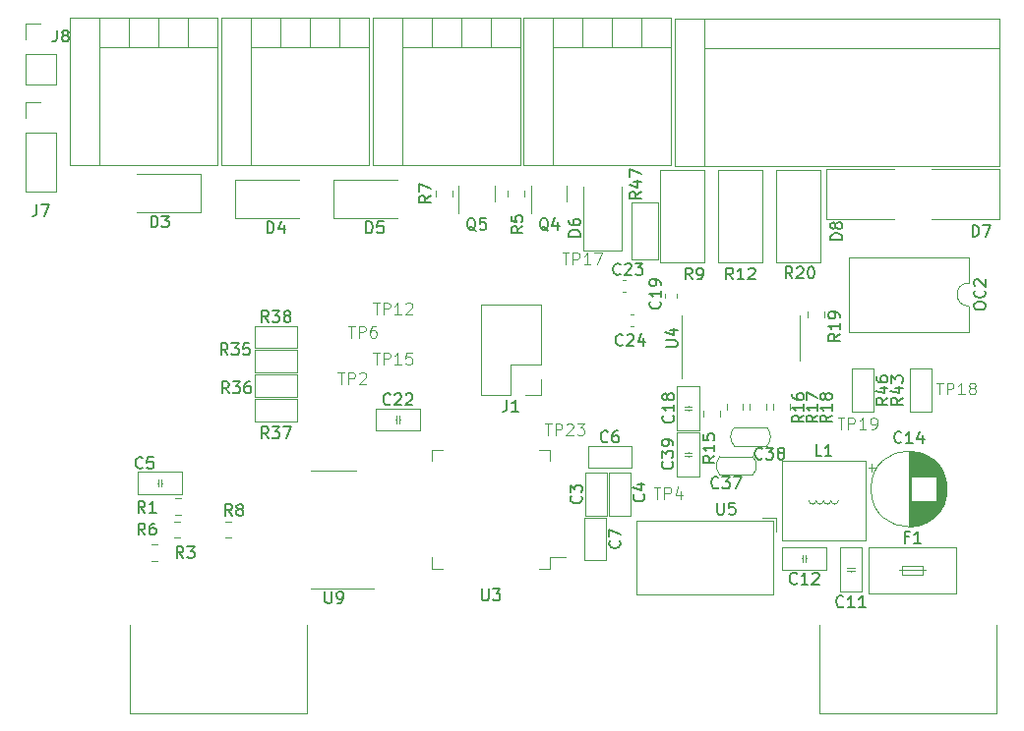
<source format=gbr>
%TF.GenerationSoftware,KiCad,Pcbnew,7.0.9*%
%TF.CreationDate,2024-06-20T13:45:24+03:00*%
%TF.ProjectId,_____ _______ _______ __________,1f3b3042-3020-4323-9d35-483d38452048,rev?*%
%TF.SameCoordinates,Original*%
%TF.FileFunction,Legend,Top*%
%TF.FilePolarity,Positive*%
%FSLAX46Y46*%
G04 Gerber Fmt 4.6, Leading zero omitted, Abs format (unit mm)*
G04 Created by KiCad (PCBNEW 7.0.9) date 2024-06-20 13:45:24*
%MOMM*%
%LPD*%
G01*
G04 APERTURE LIST*
%ADD10C,0.150000*%
%ADD11C,0.100000*%
%ADD12C,0.120000*%
G04 APERTURE END LIST*
D10*
X143159580Y-111466666D02*
X143207200Y-111514285D01*
X143207200Y-111514285D02*
X143254819Y-111657142D01*
X143254819Y-111657142D02*
X143254819Y-111752380D01*
X143254819Y-111752380D02*
X143207200Y-111895237D01*
X143207200Y-111895237D02*
X143111961Y-111990475D01*
X143111961Y-111990475D02*
X143016723Y-112038094D01*
X143016723Y-112038094D02*
X142826247Y-112085713D01*
X142826247Y-112085713D02*
X142683390Y-112085713D01*
X142683390Y-112085713D02*
X142492914Y-112038094D01*
X142492914Y-112038094D02*
X142397676Y-111990475D01*
X142397676Y-111990475D02*
X142302438Y-111895237D01*
X142302438Y-111895237D02*
X142254819Y-111752380D01*
X142254819Y-111752380D02*
X142254819Y-111657142D01*
X142254819Y-111657142D02*
X142302438Y-111514285D01*
X142302438Y-111514285D02*
X142350057Y-111466666D01*
X142588152Y-110609523D02*
X143254819Y-110609523D01*
X142207200Y-110847618D02*
X142921485Y-111085713D01*
X142921485Y-111085713D02*
X142921485Y-110466666D01*
X147333333Y-92954819D02*
X147000000Y-92478628D01*
X146761905Y-92954819D02*
X146761905Y-91954819D01*
X146761905Y-91954819D02*
X147142857Y-91954819D01*
X147142857Y-91954819D02*
X147238095Y-92002438D01*
X147238095Y-92002438D02*
X147285714Y-92050057D01*
X147285714Y-92050057D02*
X147333333Y-92145295D01*
X147333333Y-92145295D02*
X147333333Y-92288152D01*
X147333333Y-92288152D02*
X147285714Y-92383390D01*
X147285714Y-92383390D02*
X147238095Y-92431009D01*
X147238095Y-92431009D02*
X147142857Y-92478628D01*
X147142857Y-92478628D02*
X146761905Y-92478628D01*
X147809524Y-92954819D02*
X148000000Y-92954819D01*
X148000000Y-92954819D02*
X148095238Y-92907200D01*
X148095238Y-92907200D02*
X148142857Y-92859580D01*
X148142857Y-92859580D02*
X148238095Y-92716723D01*
X148238095Y-92716723D02*
X148285714Y-92526247D01*
X148285714Y-92526247D02*
X148285714Y-92145295D01*
X148285714Y-92145295D02*
X148238095Y-92050057D01*
X148238095Y-92050057D02*
X148190476Y-92002438D01*
X148190476Y-92002438D02*
X148095238Y-91954819D01*
X148095238Y-91954819D02*
X147904762Y-91954819D01*
X147904762Y-91954819D02*
X147809524Y-92002438D01*
X147809524Y-92002438D02*
X147761905Y-92050057D01*
X147761905Y-92050057D02*
X147714286Y-92145295D01*
X147714286Y-92145295D02*
X147714286Y-92383390D01*
X147714286Y-92383390D02*
X147761905Y-92478628D01*
X147761905Y-92478628D02*
X147809524Y-92526247D01*
X147809524Y-92526247D02*
X147904762Y-92573866D01*
X147904762Y-92573866D02*
X148095238Y-92573866D01*
X148095238Y-92573866D02*
X148190476Y-92526247D01*
X148190476Y-92526247D02*
X148238095Y-92478628D01*
X148238095Y-92478628D02*
X148285714Y-92383390D01*
X90916666Y-86454819D02*
X90916666Y-87169104D01*
X90916666Y-87169104D02*
X90869047Y-87311961D01*
X90869047Y-87311961D02*
X90773809Y-87407200D01*
X90773809Y-87407200D02*
X90630952Y-87454819D01*
X90630952Y-87454819D02*
X90535714Y-87454819D01*
X91297619Y-86454819D02*
X91964285Y-86454819D01*
X91964285Y-86454819D02*
X91535714Y-87454819D01*
X100233333Y-113054819D02*
X99900000Y-112578628D01*
X99661905Y-113054819D02*
X99661905Y-112054819D01*
X99661905Y-112054819D02*
X100042857Y-112054819D01*
X100042857Y-112054819D02*
X100138095Y-112102438D01*
X100138095Y-112102438D02*
X100185714Y-112150057D01*
X100185714Y-112150057D02*
X100233333Y-112245295D01*
X100233333Y-112245295D02*
X100233333Y-112388152D01*
X100233333Y-112388152D02*
X100185714Y-112483390D01*
X100185714Y-112483390D02*
X100138095Y-112531009D01*
X100138095Y-112531009D02*
X100042857Y-112578628D01*
X100042857Y-112578628D02*
X99661905Y-112578628D01*
X101185714Y-113054819D02*
X100614286Y-113054819D01*
X100900000Y-113054819D02*
X100900000Y-112054819D01*
X100900000Y-112054819D02*
X100804762Y-112197676D01*
X100804762Y-112197676D02*
X100709524Y-112292914D01*
X100709524Y-112292914D02*
X100614286Y-112340533D01*
X149488095Y-112204819D02*
X149488095Y-113014342D01*
X149488095Y-113014342D02*
X149535714Y-113109580D01*
X149535714Y-113109580D02*
X149583333Y-113157200D01*
X149583333Y-113157200D02*
X149678571Y-113204819D01*
X149678571Y-113204819D02*
X149869047Y-113204819D01*
X149869047Y-113204819D02*
X149964285Y-113157200D01*
X149964285Y-113157200D02*
X150011904Y-113109580D01*
X150011904Y-113109580D02*
X150059523Y-113014342D01*
X150059523Y-113014342D02*
X150059523Y-112204819D01*
X151011904Y-112204819D02*
X150535714Y-112204819D01*
X150535714Y-112204819D02*
X150488095Y-112681009D01*
X150488095Y-112681009D02*
X150535714Y-112633390D01*
X150535714Y-112633390D02*
X150630952Y-112585771D01*
X150630952Y-112585771D02*
X150869047Y-112585771D01*
X150869047Y-112585771D02*
X150964285Y-112633390D01*
X150964285Y-112633390D02*
X151011904Y-112681009D01*
X151011904Y-112681009D02*
X151059523Y-112776247D01*
X151059523Y-112776247D02*
X151059523Y-113014342D01*
X151059523Y-113014342D02*
X151011904Y-113109580D01*
X151011904Y-113109580D02*
X150964285Y-113157200D01*
X150964285Y-113157200D02*
X150869047Y-113204819D01*
X150869047Y-113204819D02*
X150630952Y-113204819D01*
X150630952Y-113204819D02*
X150535714Y-113157200D01*
X150535714Y-113157200D02*
X150488095Y-113109580D01*
X150857142Y-92954819D02*
X150523809Y-92478628D01*
X150285714Y-92954819D02*
X150285714Y-91954819D01*
X150285714Y-91954819D02*
X150666666Y-91954819D01*
X150666666Y-91954819D02*
X150761904Y-92002438D01*
X150761904Y-92002438D02*
X150809523Y-92050057D01*
X150809523Y-92050057D02*
X150857142Y-92145295D01*
X150857142Y-92145295D02*
X150857142Y-92288152D01*
X150857142Y-92288152D02*
X150809523Y-92383390D01*
X150809523Y-92383390D02*
X150761904Y-92431009D01*
X150761904Y-92431009D02*
X150666666Y-92478628D01*
X150666666Y-92478628D02*
X150285714Y-92478628D01*
X151809523Y-92954819D02*
X151238095Y-92954819D01*
X151523809Y-92954819D02*
X151523809Y-91954819D01*
X151523809Y-91954819D02*
X151428571Y-92097676D01*
X151428571Y-92097676D02*
X151333333Y-92192914D01*
X151333333Y-92192914D02*
X151238095Y-92240533D01*
X152190476Y-92050057D02*
X152238095Y-92002438D01*
X152238095Y-92002438D02*
X152333333Y-91954819D01*
X152333333Y-91954819D02*
X152571428Y-91954819D01*
X152571428Y-91954819D02*
X152666666Y-92002438D01*
X152666666Y-92002438D02*
X152714285Y-92050057D01*
X152714285Y-92050057D02*
X152761904Y-92145295D01*
X152761904Y-92145295D02*
X152761904Y-92240533D01*
X152761904Y-92240533D02*
X152714285Y-92383390D01*
X152714285Y-92383390D02*
X152142857Y-92954819D01*
X152142857Y-92954819D02*
X152761904Y-92954819D01*
X158154819Y-104642857D02*
X157678628Y-104976190D01*
X158154819Y-105214285D02*
X157154819Y-105214285D01*
X157154819Y-105214285D02*
X157154819Y-104833333D01*
X157154819Y-104833333D02*
X157202438Y-104738095D01*
X157202438Y-104738095D02*
X157250057Y-104690476D01*
X157250057Y-104690476D02*
X157345295Y-104642857D01*
X157345295Y-104642857D02*
X157488152Y-104642857D01*
X157488152Y-104642857D02*
X157583390Y-104690476D01*
X157583390Y-104690476D02*
X157631009Y-104738095D01*
X157631009Y-104738095D02*
X157678628Y-104833333D01*
X157678628Y-104833333D02*
X157678628Y-105214285D01*
X158154819Y-103690476D02*
X158154819Y-104261904D01*
X158154819Y-103976190D02*
X157154819Y-103976190D01*
X157154819Y-103976190D02*
X157297676Y-104071428D01*
X157297676Y-104071428D02*
X157392914Y-104166666D01*
X157392914Y-104166666D02*
X157440533Y-104261904D01*
X157154819Y-103357142D02*
X157154819Y-102690476D01*
X157154819Y-102690476D02*
X158154819Y-103119047D01*
X140083333Y-106895080D02*
X140035714Y-106942700D01*
X140035714Y-106942700D02*
X139892857Y-106990319D01*
X139892857Y-106990319D02*
X139797619Y-106990319D01*
X139797619Y-106990319D02*
X139654762Y-106942700D01*
X139654762Y-106942700D02*
X139559524Y-106847461D01*
X139559524Y-106847461D02*
X139511905Y-106752223D01*
X139511905Y-106752223D02*
X139464286Y-106561747D01*
X139464286Y-106561747D02*
X139464286Y-106418890D01*
X139464286Y-106418890D02*
X139511905Y-106228414D01*
X139511905Y-106228414D02*
X139559524Y-106133176D01*
X139559524Y-106133176D02*
X139654762Y-106037938D01*
X139654762Y-106037938D02*
X139797619Y-105990319D01*
X139797619Y-105990319D02*
X139892857Y-105990319D01*
X139892857Y-105990319D02*
X140035714Y-106037938D01*
X140035714Y-106037938D02*
X140083333Y-106085557D01*
X140940476Y-105990319D02*
X140750000Y-105990319D01*
X140750000Y-105990319D02*
X140654762Y-106037938D01*
X140654762Y-106037938D02*
X140607143Y-106085557D01*
X140607143Y-106085557D02*
X140511905Y-106228414D01*
X140511905Y-106228414D02*
X140464286Y-106418890D01*
X140464286Y-106418890D02*
X140464286Y-106799842D01*
X140464286Y-106799842D02*
X140511905Y-106895080D01*
X140511905Y-106895080D02*
X140559524Y-106942700D01*
X140559524Y-106942700D02*
X140654762Y-106990319D01*
X140654762Y-106990319D02*
X140845238Y-106990319D01*
X140845238Y-106990319D02*
X140940476Y-106942700D01*
X140940476Y-106942700D02*
X140988095Y-106895080D01*
X140988095Y-106895080D02*
X141035714Y-106799842D01*
X141035714Y-106799842D02*
X141035714Y-106561747D01*
X141035714Y-106561747D02*
X140988095Y-106466509D01*
X140988095Y-106466509D02*
X140940476Y-106418890D01*
X140940476Y-106418890D02*
X140845238Y-106371271D01*
X140845238Y-106371271D02*
X140654762Y-106371271D01*
X140654762Y-106371271D02*
X140559524Y-106418890D01*
X140559524Y-106418890D02*
X140511905Y-106466509D01*
X140511905Y-106466509D02*
X140464286Y-106561747D01*
X165357142Y-106959580D02*
X165309523Y-107007200D01*
X165309523Y-107007200D02*
X165166666Y-107054819D01*
X165166666Y-107054819D02*
X165071428Y-107054819D01*
X165071428Y-107054819D02*
X164928571Y-107007200D01*
X164928571Y-107007200D02*
X164833333Y-106911961D01*
X164833333Y-106911961D02*
X164785714Y-106816723D01*
X164785714Y-106816723D02*
X164738095Y-106626247D01*
X164738095Y-106626247D02*
X164738095Y-106483390D01*
X164738095Y-106483390D02*
X164785714Y-106292914D01*
X164785714Y-106292914D02*
X164833333Y-106197676D01*
X164833333Y-106197676D02*
X164928571Y-106102438D01*
X164928571Y-106102438D02*
X165071428Y-106054819D01*
X165071428Y-106054819D02*
X165166666Y-106054819D01*
X165166666Y-106054819D02*
X165309523Y-106102438D01*
X165309523Y-106102438D02*
X165357142Y-106150057D01*
X166309523Y-107054819D02*
X165738095Y-107054819D01*
X166023809Y-107054819D02*
X166023809Y-106054819D01*
X166023809Y-106054819D02*
X165928571Y-106197676D01*
X165928571Y-106197676D02*
X165833333Y-106292914D01*
X165833333Y-106292914D02*
X165738095Y-106340533D01*
X167166666Y-106388152D02*
X167166666Y-107054819D01*
X166928571Y-106007200D02*
X166690476Y-106721485D01*
X166690476Y-106721485D02*
X167309523Y-106721485D01*
X141074080Y-115466666D02*
X141121700Y-115514285D01*
X141121700Y-115514285D02*
X141169319Y-115657142D01*
X141169319Y-115657142D02*
X141169319Y-115752380D01*
X141169319Y-115752380D02*
X141121700Y-115895237D01*
X141121700Y-115895237D02*
X141026461Y-115990475D01*
X141026461Y-115990475D02*
X140931223Y-116038094D01*
X140931223Y-116038094D02*
X140740747Y-116085713D01*
X140740747Y-116085713D02*
X140597890Y-116085713D01*
X140597890Y-116085713D02*
X140407414Y-116038094D01*
X140407414Y-116038094D02*
X140312176Y-115990475D01*
X140312176Y-115990475D02*
X140216938Y-115895237D01*
X140216938Y-115895237D02*
X140169319Y-115752380D01*
X140169319Y-115752380D02*
X140169319Y-115657142D01*
X140169319Y-115657142D02*
X140216938Y-115514285D01*
X140216938Y-115514285D02*
X140264557Y-115466666D01*
X140169319Y-115133332D02*
X140169319Y-114466666D01*
X140169319Y-114466666D02*
X141169319Y-114895237D01*
X110857142Y-96640319D02*
X110523809Y-96164128D01*
X110285714Y-96640319D02*
X110285714Y-95640319D01*
X110285714Y-95640319D02*
X110666666Y-95640319D01*
X110666666Y-95640319D02*
X110761904Y-95687938D01*
X110761904Y-95687938D02*
X110809523Y-95735557D01*
X110809523Y-95735557D02*
X110857142Y-95830795D01*
X110857142Y-95830795D02*
X110857142Y-95973652D01*
X110857142Y-95973652D02*
X110809523Y-96068890D01*
X110809523Y-96068890D02*
X110761904Y-96116509D01*
X110761904Y-96116509D02*
X110666666Y-96164128D01*
X110666666Y-96164128D02*
X110285714Y-96164128D01*
X111190476Y-95640319D02*
X111809523Y-95640319D01*
X111809523Y-95640319D02*
X111476190Y-96021271D01*
X111476190Y-96021271D02*
X111619047Y-96021271D01*
X111619047Y-96021271D02*
X111714285Y-96068890D01*
X111714285Y-96068890D02*
X111761904Y-96116509D01*
X111761904Y-96116509D02*
X111809523Y-96211747D01*
X111809523Y-96211747D02*
X111809523Y-96449842D01*
X111809523Y-96449842D02*
X111761904Y-96545080D01*
X111761904Y-96545080D02*
X111714285Y-96592700D01*
X111714285Y-96592700D02*
X111619047Y-96640319D01*
X111619047Y-96640319D02*
X111333333Y-96640319D01*
X111333333Y-96640319D02*
X111238095Y-96592700D01*
X111238095Y-96592700D02*
X111190476Y-96545080D01*
X112380952Y-96068890D02*
X112285714Y-96021271D01*
X112285714Y-96021271D02*
X112238095Y-95973652D01*
X112238095Y-95973652D02*
X112190476Y-95878414D01*
X112190476Y-95878414D02*
X112190476Y-95830795D01*
X112190476Y-95830795D02*
X112238095Y-95735557D01*
X112238095Y-95735557D02*
X112285714Y-95687938D01*
X112285714Y-95687938D02*
X112380952Y-95640319D01*
X112380952Y-95640319D02*
X112571428Y-95640319D01*
X112571428Y-95640319D02*
X112666666Y-95687938D01*
X112666666Y-95687938D02*
X112714285Y-95735557D01*
X112714285Y-95735557D02*
X112761904Y-95830795D01*
X112761904Y-95830795D02*
X112761904Y-95878414D01*
X112761904Y-95878414D02*
X112714285Y-95973652D01*
X112714285Y-95973652D02*
X112666666Y-96021271D01*
X112666666Y-96021271D02*
X112571428Y-96068890D01*
X112571428Y-96068890D02*
X112380952Y-96068890D01*
X112380952Y-96068890D02*
X112285714Y-96116509D01*
X112285714Y-96116509D02*
X112238095Y-96164128D01*
X112238095Y-96164128D02*
X112190476Y-96259366D01*
X112190476Y-96259366D02*
X112190476Y-96449842D01*
X112190476Y-96449842D02*
X112238095Y-96545080D01*
X112238095Y-96545080D02*
X112285714Y-96592700D01*
X112285714Y-96592700D02*
X112380952Y-96640319D01*
X112380952Y-96640319D02*
X112571428Y-96640319D01*
X112571428Y-96640319D02*
X112666666Y-96592700D01*
X112666666Y-96592700D02*
X112714285Y-96545080D01*
X112714285Y-96545080D02*
X112761904Y-96449842D01*
X112761904Y-96449842D02*
X112761904Y-96259366D01*
X112761904Y-96259366D02*
X112714285Y-96164128D01*
X112714285Y-96164128D02*
X112666666Y-96116509D01*
X112666666Y-96116509D02*
X112571428Y-96068890D01*
X160054819Y-97642857D02*
X159578628Y-97976190D01*
X160054819Y-98214285D02*
X159054819Y-98214285D01*
X159054819Y-98214285D02*
X159054819Y-97833333D01*
X159054819Y-97833333D02*
X159102438Y-97738095D01*
X159102438Y-97738095D02*
X159150057Y-97690476D01*
X159150057Y-97690476D02*
X159245295Y-97642857D01*
X159245295Y-97642857D02*
X159388152Y-97642857D01*
X159388152Y-97642857D02*
X159483390Y-97690476D01*
X159483390Y-97690476D02*
X159531009Y-97738095D01*
X159531009Y-97738095D02*
X159578628Y-97833333D01*
X159578628Y-97833333D02*
X159578628Y-98214285D01*
X160054819Y-96690476D02*
X160054819Y-97261904D01*
X160054819Y-96976190D02*
X159054819Y-96976190D01*
X159054819Y-96976190D02*
X159197676Y-97071428D01*
X159197676Y-97071428D02*
X159292914Y-97166666D01*
X159292914Y-97166666D02*
X159340533Y-97261904D01*
X160054819Y-96214285D02*
X160054819Y-96023809D01*
X160054819Y-96023809D02*
X160007200Y-95928571D01*
X160007200Y-95928571D02*
X159959580Y-95880952D01*
X159959580Y-95880952D02*
X159816723Y-95785714D01*
X159816723Y-95785714D02*
X159626247Y-95738095D01*
X159626247Y-95738095D02*
X159245295Y-95738095D01*
X159245295Y-95738095D02*
X159150057Y-95785714D01*
X159150057Y-95785714D02*
X159102438Y-95833333D01*
X159102438Y-95833333D02*
X159054819Y-95928571D01*
X159054819Y-95928571D02*
X159054819Y-96119047D01*
X159054819Y-96119047D02*
X159102438Y-96214285D01*
X159102438Y-96214285D02*
X159150057Y-96261904D01*
X159150057Y-96261904D02*
X159245295Y-96309523D01*
X159245295Y-96309523D02*
X159483390Y-96309523D01*
X159483390Y-96309523D02*
X159578628Y-96261904D01*
X159578628Y-96261904D02*
X159626247Y-96214285D01*
X159626247Y-96214285D02*
X159673866Y-96119047D01*
X159673866Y-96119047D02*
X159673866Y-95928571D01*
X159673866Y-95928571D02*
X159626247Y-95833333D01*
X159626247Y-95833333D02*
X159578628Y-95785714D01*
X159578628Y-95785714D02*
X159483390Y-95738095D01*
D11*
X119861905Y-99257419D02*
X120433333Y-99257419D01*
X120147619Y-100257419D02*
X120147619Y-99257419D01*
X120766667Y-100257419D02*
X120766667Y-99257419D01*
X120766667Y-99257419D02*
X121147619Y-99257419D01*
X121147619Y-99257419D02*
X121242857Y-99305038D01*
X121242857Y-99305038D02*
X121290476Y-99352657D01*
X121290476Y-99352657D02*
X121338095Y-99447895D01*
X121338095Y-99447895D02*
X121338095Y-99590752D01*
X121338095Y-99590752D02*
X121290476Y-99685990D01*
X121290476Y-99685990D02*
X121242857Y-99733609D01*
X121242857Y-99733609D02*
X121147619Y-99781228D01*
X121147619Y-99781228D02*
X120766667Y-99781228D01*
X122290476Y-100257419D02*
X121719048Y-100257419D01*
X122004762Y-100257419D02*
X122004762Y-99257419D01*
X122004762Y-99257419D02*
X121909524Y-99400276D01*
X121909524Y-99400276D02*
X121814286Y-99495514D01*
X121814286Y-99495514D02*
X121719048Y-99543133D01*
X123195238Y-99257419D02*
X122719048Y-99257419D01*
X122719048Y-99257419D02*
X122671429Y-99733609D01*
X122671429Y-99733609D02*
X122719048Y-99685990D01*
X122719048Y-99685990D02*
X122814286Y-99638371D01*
X122814286Y-99638371D02*
X123052381Y-99638371D01*
X123052381Y-99638371D02*
X123147619Y-99685990D01*
X123147619Y-99685990D02*
X123195238Y-99733609D01*
X123195238Y-99733609D02*
X123242857Y-99828847D01*
X123242857Y-99828847D02*
X123242857Y-100066942D01*
X123242857Y-100066942D02*
X123195238Y-100162180D01*
X123195238Y-100162180D02*
X123147619Y-100209800D01*
X123147619Y-100209800D02*
X123052381Y-100257419D01*
X123052381Y-100257419D02*
X122814286Y-100257419D01*
X122814286Y-100257419D02*
X122719048Y-100209800D01*
X122719048Y-100209800D02*
X122671429Y-100162180D01*
D10*
X107733333Y-113304819D02*
X107400000Y-112828628D01*
X107161905Y-113304819D02*
X107161905Y-112304819D01*
X107161905Y-112304819D02*
X107542857Y-112304819D01*
X107542857Y-112304819D02*
X107638095Y-112352438D01*
X107638095Y-112352438D02*
X107685714Y-112400057D01*
X107685714Y-112400057D02*
X107733333Y-112495295D01*
X107733333Y-112495295D02*
X107733333Y-112638152D01*
X107733333Y-112638152D02*
X107685714Y-112733390D01*
X107685714Y-112733390D02*
X107638095Y-112781009D01*
X107638095Y-112781009D02*
X107542857Y-112828628D01*
X107542857Y-112828628D02*
X107161905Y-112828628D01*
X108304762Y-112733390D02*
X108209524Y-112685771D01*
X108209524Y-112685771D02*
X108161905Y-112638152D01*
X108161905Y-112638152D02*
X108114286Y-112542914D01*
X108114286Y-112542914D02*
X108114286Y-112495295D01*
X108114286Y-112495295D02*
X108161905Y-112400057D01*
X108161905Y-112400057D02*
X108209524Y-112352438D01*
X108209524Y-112352438D02*
X108304762Y-112304819D01*
X108304762Y-112304819D02*
X108495238Y-112304819D01*
X108495238Y-112304819D02*
X108590476Y-112352438D01*
X108590476Y-112352438D02*
X108638095Y-112400057D01*
X108638095Y-112400057D02*
X108685714Y-112495295D01*
X108685714Y-112495295D02*
X108685714Y-112542914D01*
X108685714Y-112542914D02*
X108638095Y-112638152D01*
X108638095Y-112638152D02*
X108590476Y-112685771D01*
X108590476Y-112685771D02*
X108495238Y-112733390D01*
X108495238Y-112733390D02*
X108304762Y-112733390D01*
X108304762Y-112733390D02*
X108209524Y-112781009D01*
X108209524Y-112781009D02*
X108161905Y-112828628D01*
X108161905Y-112828628D02*
X108114286Y-112923866D01*
X108114286Y-112923866D02*
X108114286Y-113114342D01*
X108114286Y-113114342D02*
X108161905Y-113209580D01*
X108161905Y-113209580D02*
X108209524Y-113257200D01*
X108209524Y-113257200D02*
X108304762Y-113304819D01*
X108304762Y-113304819D02*
X108495238Y-113304819D01*
X108495238Y-113304819D02*
X108590476Y-113257200D01*
X108590476Y-113257200D02*
X108638095Y-113209580D01*
X108638095Y-113209580D02*
X108685714Y-113114342D01*
X108685714Y-113114342D02*
X108685714Y-112923866D01*
X108685714Y-112923866D02*
X108638095Y-112828628D01*
X108638095Y-112828628D02*
X108590476Y-112781009D01*
X108590476Y-112781009D02*
X108495238Y-112733390D01*
X137759580Y-111619166D02*
X137807200Y-111666785D01*
X137807200Y-111666785D02*
X137854819Y-111809642D01*
X137854819Y-111809642D02*
X137854819Y-111904880D01*
X137854819Y-111904880D02*
X137807200Y-112047737D01*
X137807200Y-112047737D02*
X137711961Y-112142975D01*
X137711961Y-112142975D02*
X137616723Y-112190594D01*
X137616723Y-112190594D02*
X137426247Y-112238213D01*
X137426247Y-112238213D02*
X137283390Y-112238213D01*
X137283390Y-112238213D02*
X137092914Y-112190594D01*
X137092914Y-112190594D02*
X136997676Y-112142975D01*
X136997676Y-112142975D02*
X136902438Y-112047737D01*
X136902438Y-112047737D02*
X136854819Y-111904880D01*
X136854819Y-111904880D02*
X136854819Y-111809642D01*
X136854819Y-111809642D02*
X136902438Y-111666785D01*
X136902438Y-111666785D02*
X136950057Y-111619166D01*
X136854819Y-111285832D02*
X136854819Y-110666785D01*
X136854819Y-110666785D02*
X137235771Y-111000118D01*
X137235771Y-111000118D02*
X137235771Y-110857261D01*
X137235771Y-110857261D02*
X137283390Y-110762023D01*
X137283390Y-110762023D02*
X137331009Y-110714404D01*
X137331009Y-110714404D02*
X137426247Y-110666785D01*
X137426247Y-110666785D02*
X137664342Y-110666785D01*
X137664342Y-110666785D02*
X137759580Y-110714404D01*
X137759580Y-110714404D02*
X137807200Y-110762023D01*
X137807200Y-110762023D02*
X137854819Y-110857261D01*
X137854819Y-110857261D02*
X137854819Y-111142975D01*
X137854819Y-111142975D02*
X137807200Y-111238213D01*
X137807200Y-111238213D02*
X137759580Y-111285832D01*
X158483333Y-108154819D02*
X158007143Y-108154819D01*
X158007143Y-108154819D02*
X158007143Y-107154819D01*
X159340476Y-108154819D02*
X158769048Y-108154819D01*
X159054762Y-108154819D02*
X159054762Y-107154819D01*
X159054762Y-107154819D02*
X158959524Y-107297676D01*
X158959524Y-107297676D02*
X158864286Y-107392914D01*
X158864286Y-107392914D02*
X158769048Y-107440533D01*
X149254819Y-108142857D02*
X148778628Y-108476190D01*
X149254819Y-108714285D02*
X148254819Y-108714285D01*
X148254819Y-108714285D02*
X148254819Y-108333333D01*
X148254819Y-108333333D02*
X148302438Y-108238095D01*
X148302438Y-108238095D02*
X148350057Y-108190476D01*
X148350057Y-108190476D02*
X148445295Y-108142857D01*
X148445295Y-108142857D02*
X148588152Y-108142857D01*
X148588152Y-108142857D02*
X148683390Y-108190476D01*
X148683390Y-108190476D02*
X148731009Y-108238095D01*
X148731009Y-108238095D02*
X148778628Y-108333333D01*
X148778628Y-108333333D02*
X148778628Y-108714285D01*
X149254819Y-107190476D02*
X149254819Y-107761904D01*
X149254819Y-107476190D02*
X148254819Y-107476190D01*
X148254819Y-107476190D02*
X148397676Y-107571428D01*
X148397676Y-107571428D02*
X148492914Y-107666666D01*
X148492914Y-107666666D02*
X148540533Y-107761904D01*
X148254819Y-106285714D02*
X148254819Y-106761904D01*
X148254819Y-106761904D02*
X148731009Y-106809523D01*
X148731009Y-106809523D02*
X148683390Y-106761904D01*
X148683390Y-106761904D02*
X148635771Y-106666666D01*
X148635771Y-106666666D02*
X148635771Y-106428571D01*
X148635771Y-106428571D02*
X148683390Y-106333333D01*
X148683390Y-106333333D02*
X148731009Y-106285714D01*
X148731009Y-106285714D02*
X148826247Y-106238095D01*
X148826247Y-106238095D02*
X149064342Y-106238095D01*
X149064342Y-106238095D02*
X149159580Y-106285714D01*
X149159580Y-106285714D02*
X149207200Y-106333333D01*
X149207200Y-106333333D02*
X149254819Y-106428571D01*
X149254819Y-106428571D02*
X149254819Y-106666666D01*
X149254819Y-106666666D02*
X149207200Y-106761904D01*
X149207200Y-106761904D02*
X149159580Y-106809523D01*
X141357142Y-98559580D02*
X141309523Y-98607200D01*
X141309523Y-98607200D02*
X141166666Y-98654819D01*
X141166666Y-98654819D02*
X141071428Y-98654819D01*
X141071428Y-98654819D02*
X140928571Y-98607200D01*
X140928571Y-98607200D02*
X140833333Y-98511961D01*
X140833333Y-98511961D02*
X140785714Y-98416723D01*
X140785714Y-98416723D02*
X140738095Y-98226247D01*
X140738095Y-98226247D02*
X140738095Y-98083390D01*
X140738095Y-98083390D02*
X140785714Y-97892914D01*
X140785714Y-97892914D02*
X140833333Y-97797676D01*
X140833333Y-97797676D02*
X140928571Y-97702438D01*
X140928571Y-97702438D02*
X141071428Y-97654819D01*
X141071428Y-97654819D02*
X141166666Y-97654819D01*
X141166666Y-97654819D02*
X141309523Y-97702438D01*
X141309523Y-97702438D02*
X141357142Y-97750057D01*
X141738095Y-97750057D02*
X141785714Y-97702438D01*
X141785714Y-97702438D02*
X141880952Y-97654819D01*
X141880952Y-97654819D02*
X142119047Y-97654819D01*
X142119047Y-97654819D02*
X142214285Y-97702438D01*
X142214285Y-97702438D02*
X142261904Y-97750057D01*
X142261904Y-97750057D02*
X142309523Y-97845295D01*
X142309523Y-97845295D02*
X142309523Y-97940533D01*
X142309523Y-97940533D02*
X142261904Y-98083390D01*
X142261904Y-98083390D02*
X141690476Y-98654819D01*
X141690476Y-98654819D02*
X142309523Y-98654819D01*
X143166666Y-97988152D02*
X143166666Y-98654819D01*
X142928571Y-97607200D02*
X142690476Y-98321485D01*
X142690476Y-98321485D02*
X143309523Y-98321485D01*
D11*
X117738095Y-96957419D02*
X118309523Y-96957419D01*
X118023809Y-97957419D02*
X118023809Y-96957419D01*
X118642857Y-97957419D02*
X118642857Y-96957419D01*
X118642857Y-96957419D02*
X119023809Y-96957419D01*
X119023809Y-96957419D02*
X119119047Y-97005038D01*
X119119047Y-97005038D02*
X119166666Y-97052657D01*
X119166666Y-97052657D02*
X119214285Y-97147895D01*
X119214285Y-97147895D02*
X119214285Y-97290752D01*
X119214285Y-97290752D02*
X119166666Y-97385990D01*
X119166666Y-97385990D02*
X119119047Y-97433609D01*
X119119047Y-97433609D02*
X119023809Y-97481228D01*
X119023809Y-97481228D02*
X118642857Y-97481228D01*
X120071428Y-96957419D02*
X119880952Y-96957419D01*
X119880952Y-96957419D02*
X119785714Y-97005038D01*
X119785714Y-97005038D02*
X119738095Y-97052657D01*
X119738095Y-97052657D02*
X119642857Y-97195514D01*
X119642857Y-97195514D02*
X119595238Y-97385990D01*
X119595238Y-97385990D02*
X119595238Y-97766942D01*
X119595238Y-97766942D02*
X119642857Y-97862180D01*
X119642857Y-97862180D02*
X119690476Y-97909800D01*
X119690476Y-97909800D02*
X119785714Y-97957419D01*
X119785714Y-97957419D02*
X119976190Y-97957419D01*
X119976190Y-97957419D02*
X120071428Y-97909800D01*
X120071428Y-97909800D02*
X120119047Y-97862180D01*
X120119047Y-97862180D02*
X120166666Y-97766942D01*
X120166666Y-97766942D02*
X120166666Y-97528847D01*
X120166666Y-97528847D02*
X120119047Y-97433609D01*
X120119047Y-97433609D02*
X120071428Y-97385990D01*
X120071428Y-97385990D02*
X119976190Y-97338371D01*
X119976190Y-97338371D02*
X119785714Y-97338371D01*
X119785714Y-97338371D02*
X119690476Y-97385990D01*
X119690476Y-97385990D02*
X119642857Y-97433609D01*
X119642857Y-97433609D02*
X119595238Y-97528847D01*
D10*
X149607142Y-110859580D02*
X149559523Y-110907200D01*
X149559523Y-110907200D02*
X149416666Y-110954819D01*
X149416666Y-110954819D02*
X149321428Y-110954819D01*
X149321428Y-110954819D02*
X149178571Y-110907200D01*
X149178571Y-110907200D02*
X149083333Y-110811961D01*
X149083333Y-110811961D02*
X149035714Y-110716723D01*
X149035714Y-110716723D02*
X148988095Y-110526247D01*
X148988095Y-110526247D02*
X148988095Y-110383390D01*
X148988095Y-110383390D02*
X149035714Y-110192914D01*
X149035714Y-110192914D02*
X149083333Y-110097676D01*
X149083333Y-110097676D02*
X149178571Y-110002438D01*
X149178571Y-110002438D02*
X149321428Y-109954819D01*
X149321428Y-109954819D02*
X149416666Y-109954819D01*
X149416666Y-109954819D02*
X149559523Y-110002438D01*
X149559523Y-110002438D02*
X149607142Y-110050057D01*
X149940476Y-109954819D02*
X150559523Y-109954819D01*
X150559523Y-109954819D02*
X150226190Y-110335771D01*
X150226190Y-110335771D02*
X150369047Y-110335771D01*
X150369047Y-110335771D02*
X150464285Y-110383390D01*
X150464285Y-110383390D02*
X150511904Y-110431009D01*
X150511904Y-110431009D02*
X150559523Y-110526247D01*
X150559523Y-110526247D02*
X150559523Y-110764342D01*
X150559523Y-110764342D02*
X150511904Y-110859580D01*
X150511904Y-110859580D02*
X150464285Y-110907200D01*
X150464285Y-110907200D02*
X150369047Y-110954819D01*
X150369047Y-110954819D02*
X150083333Y-110954819D01*
X150083333Y-110954819D02*
X149988095Y-110907200D01*
X149988095Y-110907200D02*
X149940476Y-110859580D01*
X150892857Y-109954819D02*
X151559523Y-109954819D01*
X151559523Y-109954819D02*
X151130952Y-110954819D01*
X145679580Y-104680357D02*
X145727200Y-104727976D01*
X145727200Y-104727976D02*
X145774819Y-104870833D01*
X145774819Y-104870833D02*
X145774819Y-104966071D01*
X145774819Y-104966071D02*
X145727200Y-105108928D01*
X145727200Y-105108928D02*
X145631961Y-105204166D01*
X145631961Y-105204166D02*
X145536723Y-105251785D01*
X145536723Y-105251785D02*
X145346247Y-105299404D01*
X145346247Y-105299404D02*
X145203390Y-105299404D01*
X145203390Y-105299404D02*
X145012914Y-105251785D01*
X145012914Y-105251785D02*
X144917676Y-105204166D01*
X144917676Y-105204166D02*
X144822438Y-105108928D01*
X144822438Y-105108928D02*
X144774819Y-104966071D01*
X144774819Y-104966071D02*
X144774819Y-104870833D01*
X144774819Y-104870833D02*
X144822438Y-104727976D01*
X144822438Y-104727976D02*
X144870057Y-104680357D01*
X145774819Y-103727976D02*
X145774819Y-104299404D01*
X145774819Y-104013690D02*
X144774819Y-104013690D01*
X144774819Y-104013690D02*
X144917676Y-104108928D01*
X144917676Y-104108928D02*
X145012914Y-104204166D01*
X145012914Y-104204166D02*
X145060533Y-104299404D01*
X145203390Y-103156547D02*
X145155771Y-103251785D01*
X145155771Y-103251785D02*
X145108152Y-103299404D01*
X145108152Y-103299404D02*
X145012914Y-103347023D01*
X145012914Y-103347023D02*
X144965295Y-103347023D01*
X144965295Y-103347023D02*
X144870057Y-103299404D01*
X144870057Y-103299404D02*
X144822438Y-103251785D01*
X144822438Y-103251785D02*
X144774819Y-103156547D01*
X144774819Y-103156547D02*
X144774819Y-102966071D01*
X144774819Y-102966071D02*
X144822438Y-102870833D01*
X144822438Y-102870833D02*
X144870057Y-102823214D01*
X144870057Y-102823214D02*
X144965295Y-102775595D01*
X144965295Y-102775595D02*
X145012914Y-102775595D01*
X145012914Y-102775595D02*
X145108152Y-102823214D01*
X145108152Y-102823214D02*
X145155771Y-102870833D01*
X145155771Y-102870833D02*
X145203390Y-102966071D01*
X145203390Y-102966071D02*
X145203390Y-103156547D01*
X145203390Y-103156547D02*
X145251009Y-103251785D01*
X145251009Y-103251785D02*
X145298628Y-103299404D01*
X145298628Y-103299404D02*
X145393866Y-103347023D01*
X145393866Y-103347023D02*
X145584342Y-103347023D01*
X145584342Y-103347023D02*
X145679580Y-103299404D01*
X145679580Y-103299404D02*
X145727200Y-103251785D01*
X145727200Y-103251785D02*
X145774819Y-103156547D01*
X145774819Y-103156547D02*
X145774819Y-102966071D01*
X145774819Y-102966071D02*
X145727200Y-102870833D01*
X145727200Y-102870833D02*
X145679580Y-102823214D01*
X145679580Y-102823214D02*
X145584342Y-102775595D01*
X145584342Y-102775595D02*
X145393866Y-102775595D01*
X145393866Y-102775595D02*
X145298628Y-102823214D01*
X145298628Y-102823214D02*
X145251009Y-102870833D01*
X145251009Y-102870833D02*
X145203390Y-102966071D01*
X134954761Y-88750057D02*
X134859523Y-88702438D01*
X134859523Y-88702438D02*
X134764285Y-88607200D01*
X134764285Y-88607200D02*
X134621428Y-88464342D01*
X134621428Y-88464342D02*
X134526190Y-88416723D01*
X134526190Y-88416723D02*
X134430952Y-88416723D01*
X134478571Y-88654819D02*
X134383333Y-88607200D01*
X134383333Y-88607200D02*
X134288095Y-88511961D01*
X134288095Y-88511961D02*
X134240476Y-88321485D01*
X134240476Y-88321485D02*
X134240476Y-87988152D01*
X134240476Y-87988152D02*
X134288095Y-87797676D01*
X134288095Y-87797676D02*
X134383333Y-87702438D01*
X134383333Y-87702438D02*
X134478571Y-87654819D01*
X134478571Y-87654819D02*
X134669047Y-87654819D01*
X134669047Y-87654819D02*
X134764285Y-87702438D01*
X134764285Y-87702438D02*
X134859523Y-87797676D01*
X134859523Y-87797676D02*
X134907142Y-87988152D01*
X134907142Y-87988152D02*
X134907142Y-88321485D01*
X134907142Y-88321485D02*
X134859523Y-88511961D01*
X134859523Y-88511961D02*
X134764285Y-88607200D01*
X134764285Y-88607200D02*
X134669047Y-88654819D01*
X134669047Y-88654819D02*
X134478571Y-88654819D01*
X135764285Y-87988152D02*
X135764285Y-88654819D01*
X135526190Y-87607200D02*
X135288095Y-88321485D01*
X135288095Y-88321485D02*
X135907142Y-88321485D01*
X164169319Y-103142857D02*
X163693128Y-103476190D01*
X164169319Y-103714285D02*
X163169319Y-103714285D01*
X163169319Y-103714285D02*
X163169319Y-103333333D01*
X163169319Y-103333333D02*
X163216938Y-103238095D01*
X163216938Y-103238095D02*
X163264557Y-103190476D01*
X163264557Y-103190476D02*
X163359795Y-103142857D01*
X163359795Y-103142857D02*
X163502652Y-103142857D01*
X163502652Y-103142857D02*
X163597890Y-103190476D01*
X163597890Y-103190476D02*
X163645509Y-103238095D01*
X163645509Y-103238095D02*
X163693128Y-103333333D01*
X163693128Y-103333333D02*
X163693128Y-103714285D01*
X163502652Y-102285714D02*
X164169319Y-102285714D01*
X163121700Y-102523809D02*
X163835985Y-102761904D01*
X163835985Y-102761904D02*
X163835985Y-102142857D01*
X163169319Y-101333333D02*
X163169319Y-101523809D01*
X163169319Y-101523809D02*
X163216938Y-101619047D01*
X163216938Y-101619047D02*
X163264557Y-101666666D01*
X163264557Y-101666666D02*
X163407414Y-101761904D01*
X163407414Y-101761904D02*
X163597890Y-101809523D01*
X163597890Y-101809523D02*
X163978842Y-101809523D01*
X163978842Y-101809523D02*
X164074080Y-101761904D01*
X164074080Y-101761904D02*
X164121700Y-101714285D01*
X164121700Y-101714285D02*
X164169319Y-101619047D01*
X164169319Y-101619047D02*
X164169319Y-101428571D01*
X164169319Y-101428571D02*
X164121700Y-101333333D01*
X164121700Y-101333333D02*
X164074080Y-101285714D01*
X164074080Y-101285714D02*
X163978842Y-101238095D01*
X163978842Y-101238095D02*
X163740747Y-101238095D01*
X163740747Y-101238095D02*
X163645509Y-101285714D01*
X163645509Y-101285714D02*
X163597890Y-101333333D01*
X163597890Y-101333333D02*
X163550271Y-101428571D01*
X163550271Y-101428571D02*
X163550271Y-101619047D01*
X163550271Y-101619047D02*
X163597890Y-101714285D01*
X163597890Y-101714285D02*
X163645509Y-101761904D01*
X163645509Y-101761904D02*
X163740747Y-101809523D01*
X129238095Y-119604819D02*
X129238095Y-120414342D01*
X129238095Y-120414342D02*
X129285714Y-120509580D01*
X129285714Y-120509580D02*
X129333333Y-120557200D01*
X129333333Y-120557200D02*
X129428571Y-120604819D01*
X129428571Y-120604819D02*
X129619047Y-120604819D01*
X129619047Y-120604819D02*
X129714285Y-120557200D01*
X129714285Y-120557200D02*
X129761904Y-120509580D01*
X129761904Y-120509580D02*
X129809523Y-120414342D01*
X129809523Y-120414342D02*
X129809523Y-119604819D01*
X130190476Y-119604819D02*
X130809523Y-119604819D01*
X130809523Y-119604819D02*
X130476190Y-119985771D01*
X130476190Y-119985771D02*
X130619047Y-119985771D01*
X130619047Y-119985771D02*
X130714285Y-120033390D01*
X130714285Y-120033390D02*
X130761904Y-120081009D01*
X130761904Y-120081009D02*
X130809523Y-120176247D01*
X130809523Y-120176247D02*
X130809523Y-120414342D01*
X130809523Y-120414342D02*
X130761904Y-120509580D01*
X130761904Y-120509580D02*
X130714285Y-120557200D01*
X130714285Y-120557200D02*
X130619047Y-120604819D01*
X130619047Y-120604819D02*
X130333333Y-120604819D01*
X130333333Y-120604819D02*
X130238095Y-120557200D01*
X130238095Y-120557200D02*
X130190476Y-120509580D01*
D11*
X134661905Y-105357419D02*
X135233333Y-105357419D01*
X134947619Y-106357419D02*
X134947619Y-105357419D01*
X135566667Y-106357419D02*
X135566667Y-105357419D01*
X135566667Y-105357419D02*
X135947619Y-105357419D01*
X135947619Y-105357419D02*
X136042857Y-105405038D01*
X136042857Y-105405038D02*
X136090476Y-105452657D01*
X136090476Y-105452657D02*
X136138095Y-105547895D01*
X136138095Y-105547895D02*
X136138095Y-105690752D01*
X136138095Y-105690752D02*
X136090476Y-105785990D01*
X136090476Y-105785990D02*
X136042857Y-105833609D01*
X136042857Y-105833609D02*
X135947619Y-105881228D01*
X135947619Y-105881228D02*
X135566667Y-105881228D01*
X136519048Y-105452657D02*
X136566667Y-105405038D01*
X136566667Y-105405038D02*
X136661905Y-105357419D01*
X136661905Y-105357419D02*
X136900000Y-105357419D01*
X136900000Y-105357419D02*
X136995238Y-105405038D01*
X136995238Y-105405038D02*
X137042857Y-105452657D01*
X137042857Y-105452657D02*
X137090476Y-105547895D01*
X137090476Y-105547895D02*
X137090476Y-105643133D01*
X137090476Y-105643133D02*
X137042857Y-105785990D01*
X137042857Y-105785990D02*
X136471429Y-106357419D01*
X136471429Y-106357419D02*
X137090476Y-106357419D01*
X137423810Y-105357419D02*
X138042857Y-105357419D01*
X138042857Y-105357419D02*
X137709524Y-105738371D01*
X137709524Y-105738371D02*
X137852381Y-105738371D01*
X137852381Y-105738371D02*
X137947619Y-105785990D01*
X137947619Y-105785990D02*
X137995238Y-105833609D01*
X137995238Y-105833609D02*
X138042857Y-105928847D01*
X138042857Y-105928847D02*
X138042857Y-106166942D01*
X138042857Y-106166942D02*
X137995238Y-106262180D01*
X137995238Y-106262180D02*
X137947619Y-106309800D01*
X137947619Y-106309800D02*
X137852381Y-106357419D01*
X137852381Y-106357419D02*
X137566667Y-106357419D01*
X137566667Y-106357419D02*
X137471429Y-106309800D01*
X137471429Y-106309800D02*
X137423810Y-106262180D01*
D10*
X110857142Y-106654819D02*
X110523809Y-106178628D01*
X110285714Y-106654819D02*
X110285714Y-105654819D01*
X110285714Y-105654819D02*
X110666666Y-105654819D01*
X110666666Y-105654819D02*
X110761904Y-105702438D01*
X110761904Y-105702438D02*
X110809523Y-105750057D01*
X110809523Y-105750057D02*
X110857142Y-105845295D01*
X110857142Y-105845295D02*
X110857142Y-105988152D01*
X110857142Y-105988152D02*
X110809523Y-106083390D01*
X110809523Y-106083390D02*
X110761904Y-106131009D01*
X110761904Y-106131009D02*
X110666666Y-106178628D01*
X110666666Y-106178628D02*
X110285714Y-106178628D01*
X111190476Y-105654819D02*
X111809523Y-105654819D01*
X111809523Y-105654819D02*
X111476190Y-106035771D01*
X111476190Y-106035771D02*
X111619047Y-106035771D01*
X111619047Y-106035771D02*
X111714285Y-106083390D01*
X111714285Y-106083390D02*
X111761904Y-106131009D01*
X111761904Y-106131009D02*
X111809523Y-106226247D01*
X111809523Y-106226247D02*
X111809523Y-106464342D01*
X111809523Y-106464342D02*
X111761904Y-106559580D01*
X111761904Y-106559580D02*
X111714285Y-106607200D01*
X111714285Y-106607200D02*
X111619047Y-106654819D01*
X111619047Y-106654819D02*
X111333333Y-106654819D01*
X111333333Y-106654819D02*
X111238095Y-106607200D01*
X111238095Y-106607200D02*
X111190476Y-106559580D01*
X112142857Y-105654819D02*
X112809523Y-105654819D01*
X112809523Y-105654819D02*
X112380952Y-106654819D01*
X137704819Y-89238094D02*
X136704819Y-89238094D01*
X136704819Y-89238094D02*
X136704819Y-88999999D01*
X136704819Y-88999999D02*
X136752438Y-88857142D01*
X136752438Y-88857142D02*
X136847676Y-88761904D01*
X136847676Y-88761904D02*
X136942914Y-88714285D01*
X136942914Y-88714285D02*
X137133390Y-88666666D01*
X137133390Y-88666666D02*
X137276247Y-88666666D01*
X137276247Y-88666666D02*
X137466723Y-88714285D01*
X137466723Y-88714285D02*
X137561961Y-88761904D01*
X137561961Y-88761904D02*
X137657200Y-88857142D01*
X137657200Y-88857142D02*
X137704819Y-88999999D01*
X137704819Y-88999999D02*
X137704819Y-89238094D01*
X136704819Y-87809523D02*
X136704819Y-87999999D01*
X136704819Y-87999999D02*
X136752438Y-88095237D01*
X136752438Y-88095237D02*
X136800057Y-88142856D01*
X136800057Y-88142856D02*
X136942914Y-88238094D01*
X136942914Y-88238094D02*
X137133390Y-88285713D01*
X137133390Y-88285713D02*
X137514342Y-88285713D01*
X137514342Y-88285713D02*
X137609580Y-88238094D01*
X137609580Y-88238094D02*
X137657200Y-88190475D01*
X137657200Y-88190475D02*
X137704819Y-88095237D01*
X137704819Y-88095237D02*
X137704819Y-87904761D01*
X137704819Y-87904761D02*
X137657200Y-87809523D01*
X137657200Y-87809523D02*
X137609580Y-87761904D01*
X137609580Y-87761904D02*
X137514342Y-87714285D01*
X137514342Y-87714285D02*
X137276247Y-87714285D01*
X137276247Y-87714285D02*
X137181009Y-87761904D01*
X137181009Y-87761904D02*
X137133390Y-87809523D01*
X137133390Y-87809523D02*
X137085771Y-87904761D01*
X137085771Y-87904761D02*
X137085771Y-88095237D01*
X137085771Y-88095237D02*
X137133390Y-88190475D01*
X137133390Y-88190475D02*
X137181009Y-88238094D01*
X137181009Y-88238094D02*
X137276247Y-88285713D01*
X119261905Y-88954819D02*
X119261905Y-87954819D01*
X119261905Y-87954819D02*
X119500000Y-87954819D01*
X119500000Y-87954819D02*
X119642857Y-88002438D01*
X119642857Y-88002438D02*
X119738095Y-88097676D01*
X119738095Y-88097676D02*
X119785714Y-88192914D01*
X119785714Y-88192914D02*
X119833333Y-88383390D01*
X119833333Y-88383390D02*
X119833333Y-88526247D01*
X119833333Y-88526247D02*
X119785714Y-88716723D01*
X119785714Y-88716723D02*
X119738095Y-88811961D01*
X119738095Y-88811961D02*
X119642857Y-88907200D01*
X119642857Y-88907200D02*
X119500000Y-88954819D01*
X119500000Y-88954819D02*
X119261905Y-88954819D01*
X120738095Y-87954819D02*
X120261905Y-87954819D01*
X120261905Y-87954819D02*
X120214286Y-88431009D01*
X120214286Y-88431009D02*
X120261905Y-88383390D01*
X120261905Y-88383390D02*
X120357143Y-88335771D01*
X120357143Y-88335771D02*
X120595238Y-88335771D01*
X120595238Y-88335771D02*
X120690476Y-88383390D01*
X120690476Y-88383390D02*
X120738095Y-88431009D01*
X120738095Y-88431009D02*
X120785714Y-88526247D01*
X120785714Y-88526247D02*
X120785714Y-88764342D01*
X120785714Y-88764342D02*
X120738095Y-88859580D01*
X120738095Y-88859580D02*
X120690476Y-88907200D01*
X120690476Y-88907200D02*
X120595238Y-88954819D01*
X120595238Y-88954819D02*
X120357143Y-88954819D01*
X120357143Y-88954819D02*
X120261905Y-88907200D01*
X120261905Y-88907200D02*
X120214286Y-88859580D01*
X141157142Y-92459580D02*
X141109523Y-92507200D01*
X141109523Y-92507200D02*
X140966666Y-92554819D01*
X140966666Y-92554819D02*
X140871428Y-92554819D01*
X140871428Y-92554819D02*
X140728571Y-92507200D01*
X140728571Y-92507200D02*
X140633333Y-92411961D01*
X140633333Y-92411961D02*
X140585714Y-92316723D01*
X140585714Y-92316723D02*
X140538095Y-92126247D01*
X140538095Y-92126247D02*
X140538095Y-91983390D01*
X140538095Y-91983390D02*
X140585714Y-91792914D01*
X140585714Y-91792914D02*
X140633333Y-91697676D01*
X140633333Y-91697676D02*
X140728571Y-91602438D01*
X140728571Y-91602438D02*
X140871428Y-91554819D01*
X140871428Y-91554819D02*
X140966666Y-91554819D01*
X140966666Y-91554819D02*
X141109523Y-91602438D01*
X141109523Y-91602438D02*
X141157142Y-91650057D01*
X141538095Y-91650057D02*
X141585714Y-91602438D01*
X141585714Y-91602438D02*
X141680952Y-91554819D01*
X141680952Y-91554819D02*
X141919047Y-91554819D01*
X141919047Y-91554819D02*
X142014285Y-91602438D01*
X142014285Y-91602438D02*
X142061904Y-91650057D01*
X142061904Y-91650057D02*
X142109523Y-91745295D01*
X142109523Y-91745295D02*
X142109523Y-91840533D01*
X142109523Y-91840533D02*
X142061904Y-91983390D01*
X142061904Y-91983390D02*
X141490476Y-92554819D01*
X141490476Y-92554819D02*
X142109523Y-92554819D01*
X142442857Y-91554819D02*
X143061904Y-91554819D01*
X143061904Y-91554819D02*
X142728571Y-91935771D01*
X142728571Y-91935771D02*
X142871428Y-91935771D01*
X142871428Y-91935771D02*
X142966666Y-91983390D01*
X142966666Y-91983390D02*
X143014285Y-92031009D01*
X143014285Y-92031009D02*
X143061904Y-92126247D01*
X143061904Y-92126247D02*
X143061904Y-92364342D01*
X143061904Y-92364342D02*
X143014285Y-92459580D01*
X143014285Y-92459580D02*
X142966666Y-92507200D01*
X142966666Y-92507200D02*
X142871428Y-92554819D01*
X142871428Y-92554819D02*
X142585714Y-92554819D01*
X142585714Y-92554819D02*
X142490476Y-92507200D01*
X142490476Y-92507200D02*
X142442857Y-92459580D01*
X171594819Y-95321428D02*
X171594819Y-95130952D01*
X171594819Y-95130952D02*
X171642438Y-95035714D01*
X171642438Y-95035714D02*
X171737676Y-94940476D01*
X171737676Y-94940476D02*
X171928152Y-94892857D01*
X171928152Y-94892857D02*
X172261485Y-94892857D01*
X172261485Y-94892857D02*
X172451961Y-94940476D01*
X172451961Y-94940476D02*
X172547200Y-95035714D01*
X172547200Y-95035714D02*
X172594819Y-95130952D01*
X172594819Y-95130952D02*
X172594819Y-95321428D01*
X172594819Y-95321428D02*
X172547200Y-95416666D01*
X172547200Y-95416666D02*
X172451961Y-95511904D01*
X172451961Y-95511904D02*
X172261485Y-95559523D01*
X172261485Y-95559523D02*
X171928152Y-95559523D01*
X171928152Y-95559523D02*
X171737676Y-95511904D01*
X171737676Y-95511904D02*
X171642438Y-95416666D01*
X171642438Y-95416666D02*
X171594819Y-95321428D01*
X172499580Y-93892857D02*
X172547200Y-93940476D01*
X172547200Y-93940476D02*
X172594819Y-94083333D01*
X172594819Y-94083333D02*
X172594819Y-94178571D01*
X172594819Y-94178571D02*
X172547200Y-94321428D01*
X172547200Y-94321428D02*
X172451961Y-94416666D01*
X172451961Y-94416666D02*
X172356723Y-94464285D01*
X172356723Y-94464285D02*
X172166247Y-94511904D01*
X172166247Y-94511904D02*
X172023390Y-94511904D01*
X172023390Y-94511904D02*
X171832914Y-94464285D01*
X171832914Y-94464285D02*
X171737676Y-94416666D01*
X171737676Y-94416666D02*
X171642438Y-94321428D01*
X171642438Y-94321428D02*
X171594819Y-94178571D01*
X171594819Y-94178571D02*
X171594819Y-94083333D01*
X171594819Y-94083333D02*
X171642438Y-93940476D01*
X171642438Y-93940476D02*
X171690057Y-93892857D01*
X171690057Y-93511904D02*
X171642438Y-93464285D01*
X171642438Y-93464285D02*
X171594819Y-93369047D01*
X171594819Y-93369047D02*
X171594819Y-93130952D01*
X171594819Y-93130952D02*
X171642438Y-93035714D01*
X171642438Y-93035714D02*
X171690057Y-92988095D01*
X171690057Y-92988095D02*
X171785295Y-92940476D01*
X171785295Y-92940476D02*
X171880533Y-92940476D01*
X171880533Y-92940476D02*
X172023390Y-92988095D01*
X172023390Y-92988095D02*
X172594819Y-93559523D01*
X172594819Y-93559523D02*
X172594819Y-92940476D01*
X165454819Y-103142857D02*
X164978628Y-103476190D01*
X165454819Y-103714285D02*
X164454819Y-103714285D01*
X164454819Y-103714285D02*
X164454819Y-103333333D01*
X164454819Y-103333333D02*
X164502438Y-103238095D01*
X164502438Y-103238095D02*
X164550057Y-103190476D01*
X164550057Y-103190476D02*
X164645295Y-103142857D01*
X164645295Y-103142857D02*
X164788152Y-103142857D01*
X164788152Y-103142857D02*
X164883390Y-103190476D01*
X164883390Y-103190476D02*
X164931009Y-103238095D01*
X164931009Y-103238095D02*
X164978628Y-103333333D01*
X164978628Y-103333333D02*
X164978628Y-103714285D01*
X164788152Y-102285714D02*
X165454819Y-102285714D01*
X164407200Y-102523809D02*
X165121485Y-102761904D01*
X165121485Y-102761904D02*
X165121485Y-102142857D01*
X164454819Y-101857142D02*
X164454819Y-101238095D01*
X164454819Y-101238095D02*
X164835771Y-101571428D01*
X164835771Y-101571428D02*
X164835771Y-101428571D01*
X164835771Y-101428571D02*
X164883390Y-101333333D01*
X164883390Y-101333333D02*
X164931009Y-101285714D01*
X164931009Y-101285714D02*
X165026247Y-101238095D01*
X165026247Y-101238095D02*
X165264342Y-101238095D01*
X165264342Y-101238095D02*
X165359580Y-101285714D01*
X165359580Y-101285714D02*
X165407200Y-101333333D01*
X165407200Y-101333333D02*
X165454819Y-101428571D01*
X165454819Y-101428571D02*
X165454819Y-101714285D01*
X165454819Y-101714285D02*
X165407200Y-101809523D01*
X165407200Y-101809523D02*
X165359580Y-101857142D01*
D11*
X119861905Y-94957419D02*
X120433333Y-94957419D01*
X120147619Y-95957419D02*
X120147619Y-94957419D01*
X120766667Y-95957419D02*
X120766667Y-94957419D01*
X120766667Y-94957419D02*
X121147619Y-94957419D01*
X121147619Y-94957419D02*
X121242857Y-95005038D01*
X121242857Y-95005038D02*
X121290476Y-95052657D01*
X121290476Y-95052657D02*
X121338095Y-95147895D01*
X121338095Y-95147895D02*
X121338095Y-95290752D01*
X121338095Y-95290752D02*
X121290476Y-95385990D01*
X121290476Y-95385990D02*
X121242857Y-95433609D01*
X121242857Y-95433609D02*
X121147619Y-95481228D01*
X121147619Y-95481228D02*
X120766667Y-95481228D01*
X122290476Y-95957419D02*
X121719048Y-95957419D01*
X122004762Y-95957419D02*
X122004762Y-94957419D01*
X122004762Y-94957419D02*
X121909524Y-95100276D01*
X121909524Y-95100276D02*
X121814286Y-95195514D01*
X121814286Y-95195514D02*
X121719048Y-95243133D01*
X122671429Y-95052657D02*
X122719048Y-95005038D01*
X122719048Y-95005038D02*
X122814286Y-94957419D01*
X122814286Y-94957419D02*
X123052381Y-94957419D01*
X123052381Y-94957419D02*
X123147619Y-95005038D01*
X123147619Y-95005038D02*
X123195238Y-95052657D01*
X123195238Y-95052657D02*
X123242857Y-95147895D01*
X123242857Y-95147895D02*
X123242857Y-95243133D01*
X123242857Y-95243133D02*
X123195238Y-95385990D01*
X123195238Y-95385990D02*
X122623810Y-95957419D01*
X122623810Y-95957419D02*
X123242857Y-95957419D01*
D10*
X121357142Y-103679580D02*
X121309523Y-103727200D01*
X121309523Y-103727200D02*
X121166666Y-103774819D01*
X121166666Y-103774819D02*
X121071428Y-103774819D01*
X121071428Y-103774819D02*
X120928571Y-103727200D01*
X120928571Y-103727200D02*
X120833333Y-103631961D01*
X120833333Y-103631961D02*
X120785714Y-103536723D01*
X120785714Y-103536723D02*
X120738095Y-103346247D01*
X120738095Y-103346247D02*
X120738095Y-103203390D01*
X120738095Y-103203390D02*
X120785714Y-103012914D01*
X120785714Y-103012914D02*
X120833333Y-102917676D01*
X120833333Y-102917676D02*
X120928571Y-102822438D01*
X120928571Y-102822438D02*
X121071428Y-102774819D01*
X121071428Y-102774819D02*
X121166666Y-102774819D01*
X121166666Y-102774819D02*
X121309523Y-102822438D01*
X121309523Y-102822438D02*
X121357142Y-102870057D01*
X121738095Y-102870057D02*
X121785714Y-102822438D01*
X121785714Y-102822438D02*
X121880952Y-102774819D01*
X121880952Y-102774819D02*
X122119047Y-102774819D01*
X122119047Y-102774819D02*
X122214285Y-102822438D01*
X122214285Y-102822438D02*
X122261904Y-102870057D01*
X122261904Y-102870057D02*
X122309523Y-102965295D01*
X122309523Y-102965295D02*
X122309523Y-103060533D01*
X122309523Y-103060533D02*
X122261904Y-103203390D01*
X122261904Y-103203390D02*
X121690476Y-103774819D01*
X121690476Y-103774819D02*
X122309523Y-103774819D01*
X122690476Y-102870057D02*
X122738095Y-102822438D01*
X122738095Y-102822438D02*
X122833333Y-102774819D01*
X122833333Y-102774819D02*
X123071428Y-102774819D01*
X123071428Y-102774819D02*
X123166666Y-102822438D01*
X123166666Y-102822438D02*
X123214285Y-102870057D01*
X123214285Y-102870057D02*
X123261904Y-102965295D01*
X123261904Y-102965295D02*
X123261904Y-103060533D01*
X123261904Y-103060533D02*
X123214285Y-103203390D01*
X123214285Y-103203390D02*
X122642857Y-103774819D01*
X122642857Y-103774819D02*
X123261904Y-103774819D01*
X128704761Y-88750057D02*
X128609523Y-88702438D01*
X128609523Y-88702438D02*
X128514285Y-88607200D01*
X128514285Y-88607200D02*
X128371428Y-88464342D01*
X128371428Y-88464342D02*
X128276190Y-88416723D01*
X128276190Y-88416723D02*
X128180952Y-88416723D01*
X128228571Y-88654819D02*
X128133333Y-88607200D01*
X128133333Y-88607200D02*
X128038095Y-88511961D01*
X128038095Y-88511961D02*
X127990476Y-88321485D01*
X127990476Y-88321485D02*
X127990476Y-87988152D01*
X127990476Y-87988152D02*
X128038095Y-87797676D01*
X128038095Y-87797676D02*
X128133333Y-87702438D01*
X128133333Y-87702438D02*
X128228571Y-87654819D01*
X128228571Y-87654819D02*
X128419047Y-87654819D01*
X128419047Y-87654819D02*
X128514285Y-87702438D01*
X128514285Y-87702438D02*
X128609523Y-87797676D01*
X128609523Y-87797676D02*
X128657142Y-87988152D01*
X128657142Y-87988152D02*
X128657142Y-88321485D01*
X128657142Y-88321485D02*
X128609523Y-88511961D01*
X128609523Y-88511961D02*
X128514285Y-88607200D01*
X128514285Y-88607200D02*
X128419047Y-88654819D01*
X128419047Y-88654819D02*
X128228571Y-88654819D01*
X129561904Y-87654819D02*
X129085714Y-87654819D01*
X129085714Y-87654819D02*
X129038095Y-88131009D01*
X129038095Y-88131009D02*
X129085714Y-88083390D01*
X129085714Y-88083390D02*
X129180952Y-88035771D01*
X129180952Y-88035771D02*
X129419047Y-88035771D01*
X129419047Y-88035771D02*
X129514285Y-88083390D01*
X129514285Y-88083390D02*
X129561904Y-88131009D01*
X129561904Y-88131009D02*
X129609523Y-88226247D01*
X129609523Y-88226247D02*
X129609523Y-88464342D01*
X129609523Y-88464342D02*
X129561904Y-88559580D01*
X129561904Y-88559580D02*
X129514285Y-88607200D01*
X129514285Y-88607200D02*
X129419047Y-88654819D01*
X129419047Y-88654819D02*
X129180952Y-88654819D01*
X129180952Y-88654819D02*
X129085714Y-88607200D01*
X129085714Y-88607200D02*
X129038095Y-88559580D01*
X153357142Y-108359580D02*
X153309523Y-108407200D01*
X153309523Y-108407200D02*
X153166666Y-108454819D01*
X153166666Y-108454819D02*
X153071428Y-108454819D01*
X153071428Y-108454819D02*
X152928571Y-108407200D01*
X152928571Y-108407200D02*
X152833333Y-108311961D01*
X152833333Y-108311961D02*
X152785714Y-108216723D01*
X152785714Y-108216723D02*
X152738095Y-108026247D01*
X152738095Y-108026247D02*
X152738095Y-107883390D01*
X152738095Y-107883390D02*
X152785714Y-107692914D01*
X152785714Y-107692914D02*
X152833333Y-107597676D01*
X152833333Y-107597676D02*
X152928571Y-107502438D01*
X152928571Y-107502438D02*
X153071428Y-107454819D01*
X153071428Y-107454819D02*
X153166666Y-107454819D01*
X153166666Y-107454819D02*
X153309523Y-107502438D01*
X153309523Y-107502438D02*
X153357142Y-107550057D01*
X153690476Y-107454819D02*
X154309523Y-107454819D01*
X154309523Y-107454819D02*
X153976190Y-107835771D01*
X153976190Y-107835771D02*
X154119047Y-107835771D01*
X154119047Y-107835771D02*
X154214285Y-107883390D01*
X154214285Y-107883390D02*
X154261904Y-107931009D01*
X154261904Y-107931009D02*
X154309523Y-108026247D01*
X154309523Y-108026247D02*
X154309523Y-108264342D01*
X154309523Y-108264342D02*
X154261904Y-108359580D01*
X154261904Y-108359580D02*
X154214285Y-108407200D01*
X154214285Y-108407200D02*
X154119047Y-108454819D01*
X154119047Y-108454819D02*
X153833333Y-108454819D01*
X153833333Y-108454819D02*
X153738095Y-108407200D01*
X153738095Y-108407200D02*
X153690476Y-108359580D01*
X154880952Y-107883390D02*
X154785714Y-107835771D01*
X154785714Y-107835771D02*
X154738095Y-107788152D01*
X154738095Y-107788152D02*
X154690476Y-107692914D01*
X154690476Y-107692914D02*
X154690476Y-107645295D01*
X154690476Y-107645295D02*
X154738095Y-107550057D01*
X154738095Y-107550057D02*
X154785714Y-107502438D01*
X154785714Y-107502438D02*
X154880952Y-107454819D01*
X154880952Y-107454819D02*
X155071428Y-107454819D01*
X155071428Y-107454819D02*
X155166666Y-107502438D01*
X155166666Y-107502438D02*
X155214285Y-107550057D01*
X155214285Y-107550057D02*
X155261904Y-107645295D01*
X155261904Y-107645295D02*
X155261904Y-107692914D01*
X155261904Y-107692914D02*
X155214285Y-107788152D01*
X155214285Y-107788152D02*
X155166666Y-107835771D01*
X155166666Y-107835771D02*
X155071428Y-107883390D01*
X155071428Y-107883390D02*
X154880952Y-107883390D01*
X154880952Y-107883390D02*
X154785714Y-107931009D01*
X154785714Y-107931009D02*
X154738095Y-107978628D01*
X154738095Y-107978628D02*
X154690476Y-108073866D01*
X154690476Y-108073866D02*
X154690476Y-108264342D01*
X154690476Y-108264342D02*
X154738095Y-108359580D01*
X154738095Y-108359580D02*
X154785714Y-108407200D01*
X154785714Y-108407200D02*
X154880952Y-108454819D01*
X154880952Y-108454819D02*
X155071428Y-108454819D01*
X155071428Y-108454819D02*
X155166666Y-108407200D01*
X155166666Y-108407200D02*
X155214285Y-108359580D01*
X155214285Y-108359580D02*
X155261904Y-108264342D01*
X155261904Y-108264342D02*
X155261904Y-108073866D01*
X155261904Y-108073866D02*
X155214285Y-107978628D01*
X155214285Y-107978628D02*
X155166666Y-107931009D01*
X155166666Y-107931009D02*
X155071428Y-107883390D01*
X124804819Y-85729166D02*
X124328628Y-86062499D01*
X124804819Y-86300594D02*
X123804819Y-86300594D01*
X123804819Y-86300594D02*
X123804819Y-85919642D01*
X123804819Y-85919642D02*
X123852438Y-85824404D01*
X123852438Y-85824404D02*
X123900057Y-85776785D01*
X123900057Y-85776785D02*
X123995295Y-85729166D01*
X123995295Y-85729166D02*
X124138152Y-85729166D01*
X124138152Y-85729166D02*
X124233390Y-85776785D01*
X124233390Y-85776785D02*
X124281009Y-85824404D01*
X124281009Y-85824404D02*
X124328628Y-85919642D01*
X124328628Y-85919642D02*
X124328628Y-86300594D01*
X123804819Y-85395832D02*
X123804819Y-84729166D01*
X123804819Y-84729166D02*
X124804819Y-85157737D01*
D11*
X136161905Y-90657419D02*
X136733333Y-90657419D01*
X136447619Y-91657419D02*
X136447619Y-90657419D01*
X137066667Y-91657419D02*
X137066667Y-90657419D01*
X137066667Y-90657419D02*
X137447619Y-90657419D01*
X137447619Y-90657419D02*
X137542857Y-90705038D01*
X137542857Y-90705038D02*
X137590476Y-90752657D01*
X137590476Y-90752657D02*
X137638095Y-90847895D01*
X137638095Y-90847895D02*
X137638095Y-90990752D01*
X137638095Y-90990752D02*
X137590476Y-91085990D01*
X137590476Y-91085990D02*
X137542857Y-91133609D01*
X137542857Y-91133609D02*
X137447619Y-91181228D01*
X137447619Y-91181228D02*
X137066667Y-91181228D01*
X138590476Y-91657419D02*
X138019048Y-91657419D01*
X138304762Y-91657419D02*
X138304762Y-90657419D01*
X138304762Y-90657419D02*
X138209524Y-90800276D01*
X138209524Y-90800276D02*
X138114286Y-90895514D01*
X138114286Y-90895514D02*
X138019048Y-90943133D01*
X138923810Y-90657419D02*
X139590476Y-90657419D01*
X139590476Y-90657419D02*
X139161905Y-91657419D01*
D10*
X160254819Y-89538094D02*
X159254819Y-89538094D01*
X159254819Y-89538094D02*
X159254819Y-89299999D01*
X159254819Y-89299999D02*
X159302438Y-89157142D01*
X159302438Y-89157142D02*
X159397676Y-89061904D01*
X159397676Y-89061904D02*
X159492914Y-89014285D01*
X159492914Y-89014285D02*
X159683390Y-88966666D01*
X159683390Y-88966666D02*
X159826247Y-88966666D01*
X159826247Y-88966666D02*
X160016723Y-89014285D01*
X160016723Y-89014285D02*
X160111961Y-89061904D01*
X160111961Y-89061904D02*
X160207200Y-89157142D01*
X160207200Y-89157142D02*
X160254819Y-89299999D01*
X160254819Y-89299999D02*
X160254819Y-89538094D01*
X159683390Y-88395237D02*
X159635771Y-88490475D01*
X159635771Y-88490475D02*
X159588152Y-88538094D01*
X159588152Y-88538094D02*
X159492914Y-88585713D01*
X159492914Y-88585713D02*
X159445295Y-88585713D01*
X159445295Y-88585713D02*
X159350057Y-88538094D01*
X159350057Y-88538094D02*
X159302438Y-88490475D01*
X159302438Y-88490475D02*
X159254819Y-88395237D01*
X159254819Y-88395237D02*
X159254819Y-88204761D01*
X159254819Y-88204761D02*
X159302438Y-88109523D01*
X159302438Y-88109523D02*
X159350057Y-88061904D01*
X159350057Y-88061904D02*
X159445295Y-88014285D01*
X159445295Y-88014285D02*
X159492914Y-88014285D01*
X159492914Y-88014285D02*
X159588152Y-88061904D01*
X159588152Y-88061904D02*
X159635771Y-88109523D01*
X159635771Y-88109523D02*
X159683390Y-88204761D01*
X159683390Y-88204761D02*
X159683390Y-88395237D01*
X159683390Y-88395237D02*
X159731009Y-88490475D01*
X159731009Y-88490475D02*
X159778628Y-88538094D01*
X159778628Y-88538094D02*
X159873866Y-88585713D01*
X159873866Y-88585713D02*
X160064342Y-88585713D01*
X160064342Y-88585713D02*
X160159580Y-88538094D01*
X160159580Y-88538094D02*
X160207200Y-88490475D01*
X160207200Y-88490475D02*
X160254819Y-88395237D01*
X160254819Y-88395237D02*
X160254819Y-88204761D01*
X160254819Y-88204761D02*
X160207200Y-88109523D01*
X160207200Y-88109523D02*
X160159580Y-88061904D01*
X160159580Y-88061904D02*
X160064342Y-88014285D01*
X160064342Y-88014285D02*
X159873866Y-88014285D01*
X159873866Y-88014285D02*
X159778628Y-88061904D01*
X159778628Y-88061904D02*
X159731009Y-88109523D01*
X159731009Y-88109523D02*
X159683390Y-88204761D01*
X110761905Y-88954819D02*
X110761905Y-87954819D01*
X110761905Y-87954819D02*
X111000000Y-87954819D01*
X111000000Y-87954819D02*
X111142857Y-88002438D01*
X111142857Y-88002438D02*
X111238095Y-88097676D01*
X111238095Y-88097676D02*
X111285714Y-88192914D01*
X111285714Y-88192914D02*
X111333333Y-88383390D01*
X111333333Y-88383390D02*
X111333333Y-88526247D01*
X111333333Y-88526247D02*
X111285714Y-88716723D01*
X111285714Y-88716723D02*
X111238095Y-88811961D01*
X111238095Y-88811961D02*
X111142857Y-88907200D01*
X111142857Y-88907200D02*
X111000000Y-88954819D01*
X111000000Y-88954819D02*
X110761905Y-88954819D01*
X112190476Y-88288152D02*
X112190476Y-88954819D01*
X111952381Y-87907200D02*
X111714286Y-88621485D01*
X111714286Y-88621485D02*
X112333333Y-88621485D01*
X155957142Y-92854819D02*
X155623809Y-92378628D01*
X155385714Y-92854819D02*
X155385714Y-91854819D01*
X155385714Y-91854819D02*
X155766666Y-91854819D01*
X155766666Y-91854819D02*
X155861904Y-91902438D01*
X155861904Y-91902438D02*
X155909523Y-91950057D01*
X155909523Y-91950057D02*
X155957142Y-92045295D01*
X155957142Y-92045295D02*
X155957142Y-92188152D01*
X155957142Y-92188152D02*
X155909523Y-92283390D01*
X155909523Y-92283390D02*
X155861904Y-92331009D01*
X155861904Y-92331009D02*
X155766666Y-92378628D01*
X155766666Y-92378628D02*
X155385714Y-92378628D01*
X156338095Y-91950057D02*
X156385714Y-91902438D01*
X156385714Y-91902438D02*
X156480952Y-91854819D01*
X156480952Y-91854819D02*
X156719047Y-91854819D01*
X156719047Y-91854819D02*
X156814285Y-91902438D01*
X156814285Y-91902438D02*
X156861904Y-91950057D01*
X156861904Y-91950057D02*
X156909523Y-92045295D01*
X156909523Y-92045295D02*
X156909523Y-92140533D01*
X156909523Y-92140533D02*
X156861904Y-92283390D01*
X156861904Y-92283390D02*
X156290476Y-92854819D01*
X156290476Y-92854819D02*
X156909523Y-92854819D01*
X157528571Y-91854819D02*
X157623809Y-91854819D01*
X157623809Y-91854819D02*
X157719047Y-91902438D01*
X157719047Y-91902438D02*
X157766666Y-91950057D01*
X157766666Y-91950057D02*
X157814285Y-92045295D01*
X157814285Y-92045295D02*
X157861904Y-92235771D01*
X157861904Y-92235771D02*
X157861904Y-92473866D01*
X157861904Y-92473866D02*
X157814285Y-92664342D01*
X157814285Y-92664342D02*
X157766666Y-92759580D01*
X157766666Y-92759580D02*
X157719047Y-92807200D01*
X157719047Y-92807200D02*
X157623809Y-92854819D01*
X157623809Y-92854819D02*
X157528571Y-92854819D01*
X157528571Y-92854819D02*
X157433333Y-92807200D01*
X157433333Y-92807200D02*
X157385714Y-92759580D01*
X157385714Y-92759580D02*
X157338095Y-92664342D01*
X157338095Y-92664342D02*
X157290476Y-92473866D01*
X157290476Y-92473866D02*
X157290476Y-92235771D01*
X157290476Y-92235771D02*
X157338095Y-92045295D01*
X157338095Y-92045295D02*
X157385714Y-91950057D01*
X157385714Y-91950057D02*
X157433333Y-91902438D01*
X157433333Y-91902438D02*
X157528571Y-91854819D01*
X156954819Y-104642857D02*
X156478628Y-104976190D01*
X156954819Y-105214285D02*
X155954819Y-105214285D01*
X155954819Y-105214285D02*
X155954819Y-104833333D01*
X155954819Y-104833333D02*
X156002438Y-104738095D01*
X156002438Y-104738095D02*
X156050057Y-104690476D01*
X156050057Y-104690476D02*
X156145295Y-104642857D01*
X156145295Y-104642857D02*
X156288152Y-104642857D01*
X156288152Y-104642857D02*
X156383390Y-104690476D01*
X156383390Y-104690476D02*
X156431009Y-104738095D01*
X156431009Y-104738095D02*
X156478628Y-104833333D01*
X156478628Y-104833333D02*
X156478628Y-105214285D01*
X156954819Y-103690476D02*
X156954819Y-104261904D01*
X156954819Y-103976190D02*
X155954819Y-103976190D01*
X155954819Y-103976190D02*
X156097676Y-104071428D01*
X156097676Y-104071428D02*
X156192914Y-104166666D01*
X156192914Y-104166666D02*
X156240533Y-104261904D01*
X155954819Y-102833333D02*
X155954819Y-103023809D01*
X155954819Y-103023809D02*
X156002438Y-103119047D01*
X156002438Y-103119047D02*
X156050057Y-103166666D01*
X156050057Y-103166666D02*
X156192914Y-103261904D01*
X156192914Y-103261904D02*
X156383390Y-103309523D01*
X156383390Y-103309523D02*
X156764342Y-103309523D01*
X156764342Y-103309523D02*
X156859580Y-103261904D01*
X156859580Y-103261904D02*
X156907200Y-103214285D01*
X156907200Y-103214285D02*
X156954819Y-103119047D01*
X156954819Y-103119047D02*
X156954819Y-102928571D01*
X156954819Y-102928571D02*
X156907200Y-102833333D01*
X156907200Y-102833333D02*
X156859580Y-102785714D01*
X156859580Y-102785714D02*
X156764342Y-102738095D01*
X156764342Y-102738095D02*
X156526247Y-102738095D01*
X156526247Y-102738095D02*
X156431009Y-102785714D01*
X156431009Y-102785714D02*
X156383390Y-102833333D01*
X156383390Y-102833333D02*
X156335771Y-102928571D01*
X156335771Y-102928571D02*
X156335771Y-103119047D01*
X156335771Y-103119047D02*
X156383390Y-103214285D01*
X156383390Y-103214285D02*
X156431009Y-103261904D01*
X156431009Y-103261904D02*
X156526247Y-103309523D01*
D11*
X116838095Y-100957419D02*
X117409523Y-100957419D01*
X117123809Y-101957419D02*
X117123809Y-100957419D01*
X117742857Y-101957419D02*
X117742857Y-100957419D01*
X117742857Y-100957419D02*
X118123809Y-100957419D01*
X118123809Y-100957419D02*
X118219047Y-101005038D01*
X118219047Y-101005038D02*
X118266666Y-101052657D01*
X118266666Y-101052657D02*
X118314285Y-101147895D01*
X118314285Y-101147895D02*
X118314285Y-101290752D01*
X118314285Y-101290752D02*
X118266666Y-101385990D01*
X118266666Y-101385990D02*
X118219047Y-101433609D01*
X118219047Y-101433609D02*
X118123809Y-101481228D01*
X118123809Y-101481228D02*
X117742857Y-101481228D01*
X118695238Y-101052657D02*
X118742857Y-101005038D01*
X118742857Y-101005038D02*
X118838095Y-100957419D01*
X118838095Y-100957419D02*
X119076190Y-100957419D01*
X119076190Y-100957419D02*
X119171428Y-101005038D01*
X119171428Y-101005038D02*
X119219047Y-101052657D01*
X119219047Y-101052657D02*
X119266666Y-101147895D01*
X119266666Y-101147895D02*
X119266666Y-101243133D01*
X119266666Y-101243133D02*
X119219047Y-101385990D01*
X119219047Y-101385990D02*
X118647619Y-101957419D01*
X118647619Y-101957419D02*
X119266666Y-101957419D01*
D10*
X159354819Y-104642857D02*
X158878628Y-104976190D01*
X159354819Y-105214285D02*
X158354819Y-105214285D01*
X158354819Y-105214285D02*
X158354819Y-104833333D01*
X158354819Y-104833333D02*
X158402438Y-104738095D01*
X158402438Y-104738095D02*
X158450057Y-104690476D01*
X158450057Y-104690476D02*
X158545295Y-104642857D01*
X158545295Y-104642857D02*
X158688152Y-104642857D01*
X158688152Y-104642857D02*
X158783390Y-104690476D01*
X158783390Y-104690476D02*
X158831009Y-104738095D01*
X158831009Y-104738095D02*
X158878628Y-104833333D01*
X158878628Y-104833333D02*
X158878628Y-105214285D01*
X159354819Y-103690476D02*
X159354819Y-104261904D01*
X159354819Y-103976190D02*
X158354819Y-103976190D01*
X158354819Y-103976190D02*
X158497676Y-104071428D01*
X158497676Y-104071428D02*
X158592914Y-104166666D01*
X158592914Y-104166666D02*
X158640533Y-104261904D01*
X158783390Y-103119047D02*
X158735771Y-103214285D01*
X158735771Y-103214285D02*
X158688152Y-103261904D01*
X158688152Y-103261904D02*
X158592914Y-103309523D01*
X158592914Y-103309523D02*
X158545295Y-103309523D01*
X158545295Y-103309523D02*
X158450057Y-103261904D01*
X158450057Y-103261904D02*
X158402438Y-103214285D01*
X158402438Y-103214285D02*
X158354819Y-103119047D01*
X158354819Y-103119047D02*
X158354819Y-102928571D01*
X158354819Y-102928571D02*
X158402438Y-102833333D01*
X158402438Y-102833333D02*
X158450057Y-102785714D01*
X158450057Y-102785714D02*
X158545295Y-102738095D01*
X158545295Y-102738095D02*
X158592914Y-102738095D01*
X158592914Y-102738095D02*
X158688152Y-102785714D01*
X158688152Y-102785714D02*
X158735771Y-102833333D01*
X158735771Y-102833333D02*
X158783390Y-102928571D01*
X158783390Y-102928571D02*
X158783390Y-103119047D01*
X158783390Y-103119047D02*
X158831009Y-103214285D01*
X158831009Y-103214285D02*
X158878628Y-103261904D01*
X158878628Y-103261904D02*
X158973866Y-103309523D01*
X158973866Y-103309523D02*
X159164342Y-103309523D01*
X159164342Y-103309523D02*
X159259580Y-103261904D01*
X159259580Y-103261904D02*
X159307200Y-103214285D01*
X159307200Y-103214285D02*
X159354819Y-103119047D01*
X159354819Y-103119047D02*
X159354819Y-102928571D01*
X159354819Y-102928571D02*
X159307200Y-102833333D01*
X159307200Y-102833333D02*
X159259580Y-102785714D01*
X159259580Y-102785714D02*
X159164342Y-102738095D01*
X159164342Y-102738095D02*
X158973866Y-102738095D01*
X158973866Y-102738095D02*
X158878628Y-102785714D01*
X158878628Y-102785714D02*
X158831009Y-102833333D01*
X158831009Y-102833333D02*
X158783390Y-102928571D01*
X103533333Y-116954819D02*
X103200000Y-116478628D01*
X102961905Y-116954819D02*
X102961905Y-115954819D01*
X102961905Y-115954819D02*
X103342857Y-115954819D01*
X103342857Y-115954819D02*
X103438095Y-116002438D01*
X103438095Y-116002438D02*
X103485714Y-116050057D01*
X103485714Y-116050057D02*
X103533333Y-116145295D01*
X103533333Y-116145295D02*
X103533333Y-116288152D01*
X103533333Y-116288152D02*
X103485714Y-116383390D01*
X103485714Y-116383390D02*
X103438095Y-116431009D01*
X103438095Y-116431009D02*
X103342857Y-116478628D01*
X103342857Y-116478628D02*
X102961905Y-116478628D01*
X103866667Y-115954819D02*
X104485714Y-115954819D01*
X104485714Y-115954819D02*
X104152381Y-116335771D01*
X104152381Y-116335771D02*
X104295238Y-116335771D01*
X104295238Y-116335771D02*
X104390476Y-116383390D01*
X104390476Y-116383390D02*
X104438095Y-116431009D01*
X104438095Y-116431009D02*
X104485714Y-116526247D01*
X104485714Y-116526247D02*
X104485714Y-116764342D01*
X104485714Y-116764342D02*
X104438095Y-116859580D01*
X104438095Y-116859580D02*
X104390476Y-116907200D01*
X104390476Y-116907200D02*
X104295238Y-116954819D01*
X104295238Y-116954819D02*
X104009524Y-116954819D01*
X104009524Y-116954819D02*
X103914286Y-116907200D01*
X103914286Y-116907200D02*
X103866667Y-116859580D01*
X100233333Y-114954819D02*
X99900000Y-114478628D01*
X99661905Y-114954819D02*
X99661905Y-113954819D01*
X99661905Y-113954819D02*
X100042857Y-113954819D01*
X100042857Y-113954819D02*
X100138095Y-114002438D01*
X100138095Y-114002438D02*
X100185714Y-114050057D01*
X100185714Y-114050057D02*
X100233333Y-114145295D01*
X100233333Y-114145295D02*
X100233333Y-114288152D01*
X100233333Y-114288152D02*
X100185714Y-114383390D01*
X100185714Y-114383390D02*
X100138095Y-114431009D01*
X100138095Y-114431009D02*
X100042857Y-114478628D01*
X100042857Y-114478628D02*
X99661905Y-114478628D01*
X101090476Y-113954819D02*
X100900000Y-113954819D01*
X100900000Y-113954819D02*
X100804762Y-114002438D01*
X100804762Y-114002438D02*
X100757143Y-114050057D01*
X100757143Y-114050057D02*
X100661905Y-114192914D01*
X100661905Y-114192914D02*
X100614286Y-114383390D01*
X100614286Y-114383390D02*
X100614286Y-114764342D01*
X100614286Y-114764342D02*
X100661905Y-114859580D01*
X100661905Y-114859580D02*
X100709524Y-114907200D01*
X100709524Y-114907200D02*
X100804762Y-114954819D01*
X100804762Y-114954819D02*
X100995238Y-114954819D01*
X100995238Y-114954819D02*
X101090476Y-114907200D01*
X101090476Y-114907200D02*
X101138095Y-114859580D01*
X101138095Y-114859580D02*
X101185714Y-114764342D01*
X101185714Y-114764342D02*
X101185714Y-114526247D01*
X101185714Y-114526247D02*
X101138095Y-114431009D01*
X101138095Y-114431009D02*
X101090476Y-114383390D01*
X101090476Y-114383390D02*
X100995238Y-114335771D01*
X100995238Y-114335771D02*
X100804762Y-114335771D01*
X100804762Y-114335771D02*
X100709524Y-114383390D01*
X100709524Y-114383390D02*
X100661905Y-114431009D01*
X100661905Y-114431009D02*
X100614286Y-114526247D01*
X160357142Y-121109580D02*
X160309523Y-121157200D01*
X160309523Y-121157200D02*
X160166666Y-121204819D01*
X160166666Y-121204819D02*
X160071428Y-121204819D01*
X160071428Y-121204819D02*
X159928571Y-121157200D01*
X159928571Y-121157200D02*
X159833333Y-121061961D01*
X159833333Y-121061961D02*
X159785714Y-120966723D01*
X159785714Y-120966723D02*
X159738095Y-120776247D01*
X159738095Y-120776247D02*
X159738095Y-120633390D01*
X159738095Y-120633390D02*
X159785714Y-120442914D01*
X159785714Y-120442914D02*
X159833333Y-120347676D01*
X159833333Y-120347676D02*
X159928571Y-120252438D01*
X159928571Y-120252438D02*
X160071428Y-120204819D01*
X160071428Y-120204819D02*
X160166666Y-120204819D01*
X160166666Y-120204819D02*
X160309523Y-120252438D01*
X160309523Y-120252438D02*
X160357142Y-120300057D01*
X161309523Y-121204819D02*
X160738095Y-121204819D01*
X161023809Y-121204819D02*
X161023809Y-120204819D01*
X161023809Y-120204819D02*
X160928571Y-120347676D01*
X160928571Y-120347676D02*
X160833333Y-120442914D01*
X160833333Y-120442914D02*
X160738095Y-120490533D01*
X162261904Y-121204819D02*
X161690476Y-121204819D01*
X161976190Y-121204819D02*
X161976190Y-120204819D01*
X161976190Y-120204819D02*
X161880952Y-120347676D01*
X161880952Y-120347676D02*
X161785714Y-120442914D01*
X161785714Y-120442914D02*
X161690476Y-120490533D01*
D11*
X159861905Y-104857419D02*
X160433333Y-104857419D01*
X160147619Y-105857419D02*
X160147619Y-104857419D01*
X160766667Y-105857419D02*
X160766667Y-104857419D01*
X160766667Y-104857419D02*
X161147619Y-104857419D01*
X161147619Y-104857419D02*
X161242857Y-104905038D01*
X161242857Y-104905038D02*
X161290476Y-104952657D01*
X161290476Y-104952657D02*
X161338095Y-105047895D01*
X161338095Y-105047895D02*
X161338095Y-105190752D01*
X161338095Y-105190752D02*
X161290476Y-105285990D01*
X161290476Y-105285990D02*
X161242857Y-105333609D01*
X161242857Y-105333609D02*
X161147619Y-105381228D01*
X161147619Y-105381228D02*
X160766667Y-105381228D01*
X162290476Y-105857419D02*
X161719048Y-105857419D01*
X162004762Y-105857419D02*
X162004762Y-104857419D01*
X162004762Y-104857419D02*
X161909524Y-105000276D01*
X161909524Y-105000276D02*
X161814286Y-105095514D01*
X161814286Y-105095514D02*
X161719048Y-105143133D01*
X162766667Y-105857419D02*
X162957143Y-105857419D01*
X162957143Y-105857419D02*
X163052381Y-105809800D01*
X163052381Y-105809800D02*
X163100000Y-105762180D01*
X163100000Y-105762180D02*
X163195238Y-105619323D01*
X163195238Y-105619323D02*
X163242857Y-105428847D01*
X163242857Y-105428847D02*
X163242857Y-105047895D01*
X163242857Y-105047895D02*
X163195238Y-104952657D01*
X163195238Y-104952657D02*
X163147619Y-104905038D01*
X163147619Y-104905038D02*
X163052381Y-104857419D01*
X163052381Y-104857419D02*
X162861905Y-104857419D01*
X162861905Y-104857419D02*
X162766667Y-104905038D01*
X162766667Y-104905038D02*
X162719048Y-104952657D01*
X162719048Y-104952657D02*
X162671429Y-105047895D01*
X162671429Y-105047895D02*
X162671429Y-105285990D01*
X162671429Y-105285990D02*
X162719048Y-105381228D01*
X162719048Y-105381228D02*
X162766667Y-105428847D01*
X162766667Y-105428847D02*
X162861905Y-105476466D01*
X162861905Y-105476466D02*
X163052381Y-105476466D01*
X163052381Y-105476466D02*
X163147619Y-105428847D01*
X163147619Y-105428847D02*
X163195238Y-105381228D01*
X163195238Y-105381228D02*
X163242857Y-105285990D01*
D10*
X145054819Y-98761904D02*
X145864342Y-98761904D01*
X145864342Y-98761904D02*
X145959580Y-98714285D01*
X145959580Y-98714285D02*
X146007200Y-98666666D01*
X146007200Y-98666666D02*
X146054819Y-98571428D01*
X146054819Y-98571428D02*
X146054819Y-98380952D01*
X146054819Y-98380952D02*
X146007200Y-98285714D01*
X146007200Y-98285714D02*
X145959580Y-98238095D01*
X145959580Y-98238095D02*
X145864342Y-98190476D01*
X145864342Y-98190476D02*
X145054819Y-98190476D01*
X145388152Y-97285714D02*
X146054819Y-97285714D01*
X145007200Y-97523809D02*
X145721485Y-97761904D01*
X145721485Y-97761904D02*
X145721485Y-97142857D01*
X156357142Y-119109580D02*
X156309523Y-119157200D01*
X156309523Y-119157200D02*
X156166666Y-119204819D01*
X156166666Y-119204819D02*
X156071428Y-119204819D01*
X156071428Y-119204819D02*
X155928571Y-119157200D01*
X155928571Y-119157200D02*
X155833333Y-119061961D01*
X155833333Y-119061961D02*
X155785714Y-118966723D01*
X155785714Y-118966723D02*
X155738095Y-118776247D01*
X155738095Y-118776247D02*
X155738095Y-118633390D01*
X155738095Y-118633390D02*
X155785714Y-118442914D01*
X155785714Y-118442914D02*
X155833333Y-118347676D01*
X155833333Y-118347676D02*
X155928571Y-118252438D01*
X155928571Y-118252438D02*
X156071428Y-118204819D01*
X156071428Y-118204819D02*
X156166666Y-118204819D01*
X156166666Y-118204819D02*
X156309523Y-118252438D01*
X156309523Y-118252438D02*
X156357142Y-118300057D01*
X157309523Y-119204819D02*
X156738095Y-119204819D01*
X157023809Y-119204819D02*
X157023809Y-118204819D01*
X157023809Y-118204819D02*
X156928571Y-118347676D01*
X156928571Y-118347676D02*
X156833333Y-118442914D01*
X156833333Y-118442914D02*
X156738095Y-118490533D01*
X157690476Y-118300057D02*
X157738095Y-118252438D01*
X157738095Y-118252438D02*
X157833333Y-118204819D01*
X157833333Y-118204819D02*
X158071428Y-118204819D01*
X158071428Y-118204819D02*
X158166666Y-118252438D01*
X158166666Y-118252438D02*
X158214285Y-118300057D01*
X158214285Y-118300057D02*
X158261904Y-118395295D01*
X158261904Y-118395295D02*
X158261904Y-118490533D01*
X158261904Y-118490533D02*
X158214285Y-118633390D01*
X158214285Y-118633390D02*
X157642857Y-119204819D01*
X157642857Y-119204819D02*
X158261904Y-119204819D01*
X92666666Y-71454819D02*
X92666666Y-72169104D01*
X92666666Y-72169104D02*
X92619047Y-72311961D01*
X92619047Y-72311961D02*
X92523809Y-72407200D01*
X92523809Y-72407200D02*
X92380952Y-72454819D01*
X92380952Y-72454819D02*
X92285714Y-72454819D01*
X93285714Y-71883390D02*
X93190476Y-71835771D01*
X93190476Y-71835771D02*
X93142857Y-71788152D01*
X93142857Y-71788152D02*
X93095238Y-71692914D01*
X93095238Y-71692914D02*
X93095238Y-71645295D01*
X93095238Y-71645295D02*
X93142857Y-71550057D01*
X93142857Y-71550057D02*
X93190476Y-71502438D01*
X93190476Y-71502438D02*
X93285714Y-71454819D01*
X93285714Y-71454819D02*
X93476190Y-71454819D01*
X93476190Y-71454819D02*
X93571428Y-71502438D01*
X93571428Y-71502438D02*
X93619047Y-71550057D01*
X93619047Y-71550057D02*
X93666666Y-71645295D01*
X93666666Y-71645295D02*
X93666666Y-71692914D01*
X93666666Y-71692914D02*
X93619047Y-71788152D01*
X93619047Y-71788152D02*
X93571428Y-71835771D01*
X93571428Y-71835771D02*
X93476190Y-71883390D01*
X93476190Y-71883390D02*
X93285714Y-71883390D01*
X93285714Y-71883390D02*
X93190476Y-71931009D01*
X93190476Y-71931009D02*
X93142857Y-71978628D01*
X93142857Y-71978628D02*
X93095238Y-72073866D01*
X93095238Y-72073866D02*
X93095238Y-72264342D01*
X93095238Y-72264342D02*
X93142857Y-72359580D01*
X93142857Y-72359580D02*
X93190476Y-72407200D01*
X93190476Y-72407200D02*
X93285714Y-72454819D01*
X93285714Y-72454819D02*
X93476190Y-72454819D01*
X93476190Y-72454819D02*
X93571428Y-72407200D01*
X93571428Y-72407200D02*
X93619047Y-72359580D01*
X93619047Y-72359580D02*
X93666666Y-72264342D01*
X93666666Y-72264342D02*
X93666666Y-72073866D01*
X93666666Y-72073866D02*
X93619047Y-71978628D01*
X93619047Y-71978628D02*
X93571428Y-71931009D01*
X93571428Y-71931009D02*
X93476190Y-71883390D01*
X100761905Y-88454819D02*
X100761905Y-87454819D01*
X100761905Y-87454819D02*
X101000000Y-87454819D01*
X101000000Y-87454819D02*
X101142857Y-87502438D01*
X101142857Y-87502438D02*
X101238095Y-87597676D01*
X101238095Y-87597676D02*
X101285714Y-87692914D01*
X101285714Y-87692914D02*
X101333333Y-87883390D01*
X101333333Y-87883390D02*
X101333333Y-88026247D01*
X101333333Y-88026247D02*
X101285714Y-88216723D01*
X101285714Y-88216723D02*
X101238095Y-88311961D01*
X101238095Y-88311961D02*
X101142857Y-88407200D01*
X101142857Y-88407200D02*
X101000000Y-88454819D01*
X101000000Y-88454819D02*
X100761905Y-88454819D01*
X101666667Y-87454819D02*
X102285714Y-87454819D01*
X102285714Y-87454819D02*
X101952381Y-87835771D01*
X101952381Y-87835771D02*
X102095238Y-87835771D01*
X102095238Y-87835771D02*
X102190476Y-87883390D01*
X102190476Y-87883390D02*
X102238095Y-87931009D01*
X102238095Y-87931009D02*
X102285714Y-88026247D01*
X102285714Y-88026247D02*
X102285714Y-88264342D01*
X102285714Y-88264342D02*
X102238095Y-88359580D01*
X102238095Y-88359580D02*
X102190476Y-88407200D01*
X102190476Y-88407200D02*
X102095238Y-88454819D01*
X102095238Y-88454819D02*
X101809524Y-88454819D01*
X101809524Y-88454819D02*
X101714286Y-88407200D01*
X101714286Y-88407200D02*
X101666667Y-88359580D01*
X100033333Y-109159580D02*
X99985714Y-109207200D01*
X99985714Y-109207200D02*
X99842857Y-109254819D01*
X99842857Y-109254819D02*
X99747619Y-109254819D01*
X99747619Y-109254819D02*
X99604762Y-109207200D01*
X99604762Y-109207200D02*
X99509524Y-109111961D01*
X99509524Y-109111961D02*
X99461905Y-109016723D01*
X99461905Y-109016723D02*
X99414286Y-108826247D01*
X99414286Y-108826247D02*
X99414286Y-108683390D01*
X99414286Y-108683390D02*
X99461905Y-108492914D01*
X99461905Y-108492914D02*
X99509524Y-108397676D01*
X99509524Y-108397676D02*
X99604762Y-108302438D01*
X99604762Y-108302438D02*
X99747619Y-108254819D01*
X99747619Y-108254819D02*
X99842857Y-108254819D01*
X99842857Y-108254819D02*
X99985714Y-108302438D01*
X99985714Y-108302438D02*
X100033333Y-108350057D01*
X100938095Y-108254819D02*
X100461905Y-108254819D01*
X100461905Y-108254819D02*
X100414286Y-108731009D01*
X100414286Y-108731009D02*
X100461905Y-108683390D01*
X100461905Y-108683390D02*
X100557143Y-108635771D01*
X100557143Y-108635771D02*
X100795238Y-108635771D01*
X100795238Y-108635771D02*
X100890476Y-108683390D01*
X100890476Y-108683390D02*
X100938095Y-108731009D01*
X100938095Y-108731009D02*
X100985714Y-108826247D01*
X100985714Y-108826247D02*
X100985714Y-109064342D01*
X100985714Y-109064342D02*
X100938095Y-109159580D01*
X100938095Y-109159580D02*
X100890476Y-109207200D01*
X100890476Y-109207200D02*
X100795238Y-109254819D01*
X100795238Y-109254819D02*
X100557143Y-109254819D01*
X100557143Y-109254819D02*
X100461905Y-109207200D01*
X100461905Y-109207200D02*
X100414286Y-109159580D01*
X131396666Y-103324819D02*
X131396666Y-104039104D01*
X131396666Y-104039104D02*
X131349047Y-104181961D01*
X131349047Y-104181961D02*
X131253809Y-104277200D01*
X131253809Y-104277200D02*
X131110952Y-104324819D01*
X131110952Y-104324819D02*
X131015714Y-104324819D01*
X132396666Y-104324819D02*
X131825238Y-104324819D01*
X132110952Y-104324819D02*
X132110952Y-103324819D01*
X132110952Y-103324819D02*
X132015714Y-103467676D01*
X132015714Y-103467676D02*
X131920476Y-103562914D01*
X131920476Y-103562914D02*
X131825238Y-103610533D01*
X144559580Y-94842857D02*
X144607200Y-94890476D01*
X144607200Y-94890476D02*
X144654819Y-95033333D01*
X144654819Y-95033333D02*
X144654819Y-95128571D01*
X144654819Y-95128571D02*
X144607200Y-95271428D01*
X144607200Y-95271428D02*
X144511961Y-95366666D01*
X144511961Y-95366666D02*
X144416723Y-95414285D01*
X144416723Y-95414285D02*
X144226247Y-95461904D01*
X144226247Y-95461904D02*
X144083390Y-95461904D01*
X144083390Y-95461904D02*
X143892914Y-95414285D01*
X143892914Y-95414285D02*
X143797676Y-95366666D01*
X143797676Y-95366666D02*
X143702438Y-95271428D01*
X143702438Y-95271428D02*
X143654819Y-95128571D01*
X143654819Y-95128571D02*
X143654819Y-95033333D01*
X143654819Y-95033333D02*
X143702438Y-94890476D01*
X143702438Y-94890476D02*
X143750057Y-94842857D01*
X144654819Y-93890476D02*
X144654819Y-94461904D01*
X144654819Y-94176190D02*
X143654819Y-94176190D01*
X143654819Y-94176190D02*
X143797676Y-94271428D01*
X143797676Y-94271428D02*
X143892914Y-94366666D01*
X143892914Y-94366666D02*
X143940533Y-94461904D01*
X144654819Y-93414285D02*
X144654819Y-93223809D01*
X144654819Y-93223809D02*
X144607200Y-93128571D01*
X144607200Y-93128571D02*
X144559580Y-93080952D01*
X144559580Y-93080952D02*
X144416723Y-92985714D01*
X144416723Y-92985714D02*
X144226247Y-92938095D01*
X144226247Y-92938095D02*
X143845295Y-92938095D01*
X143845295Y-92938095D02*
X143750057Y-92985714D01*
X143750057Y-92985714D02*
X143702438Y-93033333D01*
X143702438Y-93033333D02*
X143654819Y-93128571D01*
X143654819Y-93128571D02*
X143654819Y-93319047D01*
X143654819Y-93319047D02*
X143702438Y-93414285D01*
X143702438Y-93414285D02*
X143750057Y-93461904D01*
X143750057Y-93461904D02*
X143845295Y-93509523D01*
X143845295Y-93509523D02*
X144083390Y-93509523D01*
X144083390Y-93509523D02*
X144178628Y-93461904D01*
X144178628Y-93461904D02*
X144226247Y-93414285D01*
X144226247Y-93414285D02*
X144273866Y-93319047D01*
X144273866Y-93319047D02*
X144273866Y-93128571D01*
X144273866Y-93128571D02*
X144226247Y-93033333D01*
X144226247Y-93033333D02*
X144178628Y-92985714D01*
X144178628Y-92985714D02*
X144083390Y-92938095D01*
X107457142Y-102754819D02*
X107123809Y-102278628D01*
X106885714Y-102754819D02*
X106885714Y-101754819D01*
X106885714Y-101754819D02*
X107266666Y-101754819D01*
X107266666Y-101754819D02*
X107361904Y-101802438D01*
X107361904Y-101802438D02*
X107409523Y-101850057D01*
X107409523Y-101850057D02*
X107457142Y-101945295D01*
X107457142Y-101945295D02*
X107457142Y-102088152D01*
X107457142Y-102088152D02*
X107409523Y-102183390D01*
X107409523Y-102183390D02*
X107361904Y-102231009D01*
X107361904Y-102231009D02*
X107266666Y-102278628D01*
X107266666Y-102278628D02*
X106885714Y-102278628D01*
X107790476Y-101754819D02*
X108409523Y-101754819D01*
X108409523Y-101754819D02*
X108076190Y-102135771D01*
X108076190Y-102135771D02*
X108219047Y-102135771D01*
X108219047Y-102135771D02*
X108314285Y-102183390D01*
X108314285Y-102183390D02*
X108361904Y-102231009D01*
X108361904Y-102231009D02*
X108409523Y-102326247D01*
X108409523Y-102326247D02*
X108409523Y-102564342D01*
X108409523Y-102564342D02*
X108361904Y-102659580D01*
X108361904Y-102659580D02*
X108314285Y-102707200D01*
X108314285Y-102707200D02*
X108219047Y-102754819D01*
X108219047Y-102754819D02*
X107933333Y-102754819D01*
X107933333Y-102754819D02*
X107838095Y-102707200D01*
X107838095Y-102707200D02*
X107790476Y-102659580D01*
X109266666Y-101754819D02*
X109076190Y-101754819D01*
X109076190Y-101754819D02*
X108980952Y-101802438D01*
X108980952Y-101802438D02*
X108933333Y-101850057D01*
X108933333Y-101850057D02*
X108838095Y-101992914D01*
X108838095Y-101992914D02*
X108790476Y-102183390D01*
X108790476Y-102183390D02*
X108790476Y-102564342D01*
X108790476Y-102564342D02*
X108838095Y-102659580D01*
X108838095Y-102659580D02*
X108885714Y-102707200D01*
X108885714Y-102707200D02*
X108980952Y-102754819D01*
X108980952Y-102754819D02*
X109171428Y-102754819D01*
X109171428Y-102754819D02*
X109266666Y-102707200D01*
X109266666Y-102707200D02*
X109314285Y-102659580D01*
X109314285Y-102659580D02*
X109361904Y-102564342D01*
X109361904Y-102564342D02*
X109361904Y-102326247D01*
X109361904Y-102326247D02*
X109314285Y-102231009D01*
X109314285Y-102231009D02*
X109266666Y-102183390D01*
X109266666Y-102183390D02*
X109171428Y-102135771D01*
X109171428Y-102135771D02*
X108980952Y-102135771D01*
X108980952Y-102135771D02*
X108885714Y-102183390D01*
X108885714Y-102183390D02*
X108838095Y-102231009D01*
X108838095Y-102231009D02*
X108790476Y-102326247D01*
D11*
X144038095Y-110857419D02*
X144609523Y-110857419D01*
X144323809Y-111857419D02*
X144323809Y-110857419D01*
X144942857Y-111857419D02*
X144942857Y-110857419D01*
X144942857Y-110857419D02*
X145323809Y-110857419D01*
X145323809Y-110857419D02*
X145419047Y-110905038D01*
X145419047Y-110905038D02*
X145466666Y-110952657D01*
X145466666Y-110952657D02*
X145514285Y-111047895D01*
X145514285Y-111047895D02*
X145514285Y-111190752D01*
X145514285Y-111190752D02*
X145466666Y-111285990D01*
X145466666Y-111285990D02*
X145419047Y-111333609D01*
X145419047Y-111333609D02*
X145323809Y-111381228D01*
X145323809Y-111381228D02*
X144942857Y-111381228D01*
X146371428Y-111190752D02*
X146371428Y-111857419D01*
X146133333Y-110809800D02*
X145895238Y-111524085D01*
X145895238Y-111524085D02*
X146514285Y-111524085D01*
D10*
X165961666Y-115131009D02*
X165628333Y-115131009D01*
X165628333Y-115654819D02*
X165628333Y-114654819D01*
X165628333Y-114654819D02*
X166104523Y-114654819D01*
X167009285Y-115654819D02*
X166437857Y-115654819D01*
X166723571Y-115654819D02*
X166723571Y-114654819D01*
X166723571Y-114654819D02*
X166628333Y-114797676D01*
X166628333Y-114797676D02*
X166533095Y-114892914D01*
X166533095Y-114892914D02*
X166437857Y-114940533D01*
X171461905Y-89254819D02*
X171461905Y-88254819D01*
X171461905Y-88254819D02*
X171700000Y-88254819D01*
X171700000Y-88254819D02*
X171842857Y-88302438D01*
X171842857Y-88302438D02*
X171938095Y-88397676D01*
X171938095Y-88397676D02*
X171985714Y-88492914D01*
X171985714Y-88492914D02*
X172033333Y-88683390D01*
X172033333Y-88683390D02*
X172033333Y-88826247D01*
X172033333Y-88826247D02*
X171985714Y-89016723D01*
X171985714Y-89016723D02*
X171938095Y-89111961D01*
X171938095Y-89111961D02*
X171842857Y-89207200D01*
X171842857Y-89207200D02*
X171700000Y-89254819D01*
X171700000Y-89254819D02*
X171461905Y-89254819D01*
X172366667Y-88254819D02*
X173033333Y-88254819D01*
X173033333Y-88254819D02*
X172604762Y-89254819D01*
D11*
X168361905Y-101857419D02*
X168933333Y-101857419D01*
X168647619Y-102857419D02*
X168647619Y-101857419D01*
X169266667Y-102857419D02*
X169266667Y-101857419D01*
X169266667Y-101857419D02*
X169647619Y-101857419D01*
X169647619Y-101857419D02*
X169742857Y-101905038D01*
X169742857Y-101905038D02*
X169790476Y-101952657D01*
X169790476Y-101952657D02*
X169838095Y-102047895D01*
X169838095Y-102047895D02*
X169838095Y-102190752D01*
X169838095Y-102190752D02*
X169790476Y-102285990D01*
X169790476Y-102285990D02*
X169742857Y-102333609D01*
X169742857Y-102333609D02*
X169647619Y-102381228D01*
X169647619Y-102381228D02*
X169266667Y-102381228D01*
X170790476Y-102857419D02*
X170219048Y-102857419D01*
X170504762Y-102857419D02*
X170504762Y-101857419D01*
X170504762Y-101857419D02*
X170409524Y-102000276D01*
X170409524Y-102000276D02*
X170314286Y-102095514D01*
X170314286Y-102095514D02*
X170219048Y-102143133D01*
X171361905Y-102285990D02*
X171266667Y-102238371D01*
X171266667Y-102238371D02*
X171219048Y-102190752D01*
X171219048Y-102190752D02*
X171171429Y-102095514D01*
X171171429Y-102095514D02*
X171171429Y-102047895D01*
X171171429Y-102047895D02*
X171219048Y-101952657D01*
X171219048Y-101952657D02*
X171266667Y-101905038D01*
X171266667Y-101905038D02*
X171361905Y-101857419D01*
X171361905Y-101857419D02*
X171552381Y-101857419D01*
X171552381Y-101857419D02*
X171647619Y-101905038D01*
X171647619Y-101905038D02*
X171695238Y-101952657D01*
X171695238Y-101952657D02*
X171742857Y-102047895D01*
X171742857Y-102047895D02*
X171742857Y-102095514D01*
X171742857Y-102095514D02*
X171695238Y-102190752D01*
X171695238Y-102190752D02*
X171647619Y-102238371D01*
X171647619Y-102238371D02*
X171552381Y-102285990D01*
X171552381Y-102285990D02*
X171361905Y-102285990D01*
X171361905Y-102285990D02*
X171266667Y-102333609D01*
X171266667Y-102333609D02*
X171219048Y-102381228D01*
X171219048Y-102381228D02*
X171171429Y-102476466D01*
X171171429Y-102476466D02*
X171171429Y-102666942D01*
X171171429Y-102666942D02*
X171219048Y-102762180D01*
X171219048Y-102762180D02*
X171266667Y-102809800D01*
X171266667Y-102809800D02*
X171361905Y-102857419D01*
X171361905Y-102857419D02*
X171552381Y-102857419D01*
X171552381Y-102857419D02*
X171647619Y-102809800D01*
X171647619Y-102809800D02*
X171695238Y-102762180D01*
X171695238Y-102762180D02*
X171742857Y-102666942D01*
X171742857Y-102666942D02*
X171742857Y-102476466D01*
X171742857Y-102476466D02*
X171695238Y-102381228D01*
X171695238Y-102381228D02*
X171647619Y-102333609D01*
X171647619Y-102333609D02*
X171552381Y-102285990D01*
D10*
X115738095Y-119854819D02*
X115738095Y-120664342D01*
X115738095Y-120664342D02*
X115785714Y-120759580D01*
X115785714Y-120759580D02*
X115833333Y-120807200D01*
X115833333Y-120807200D02*
X115928571Y-120854819D01*
X115928571Y-120854819D02*
X116119047Y-120854819D01*
X116119047Y-120854819D02*
X116214285Y-120807200D01*
X116214285Y-120807200D02*
X116261904Y-120759580D01*
X116261904Y-120759580D02*
X116309523Y-120664342D01*
X116309523Y-120664342D02*
X116309523Y-119854819D01*
X116833333Y-120854819D02*
X117023809Y-120854819D01*
X117023809Y-120854819D02*
X117119047Y-120807200D01*
X117119047Y-120807200D02*
X117166666Y-120759580D01*
X117166666Y-120759580D02*
X117261904Y-120616723D01*
X117261904Y-120616723D02*
X117309523Y-120426247D01*
X117309523Y-120426247D02*
X117309523Y-120045295D01*
X117309523Y-120045295D02*
X117261904Y-119950057D01*
X117261904Y-119950057D02*
X117214285Y-119902438D01*
X117214285Y-119902438D02*
X117119047Y-119854819D01*
X117119047Y-119854819D02*
X116928571Y-119854819D01*
X116928571Y-119854819D02*
X116833333Y-119902438D01*
X116833333Y-119902438D02*
X116785714Y-119950057D01*
X116785714Y-119950057D02*
X116738095Y-120045295D01*
X116738095Y-120045295D02*
X116738095Y-120283390D01*
X116738095Y-120283390D02*
X116785714Y-120378628D01*
X116785714Y-120378628D02*
X116833333Y-120426247D01*
X116833333Y-120426247D02*
X116928571Y-120473866D01*
X116928571Y-120473866D02*
X117119047Y-120473866D01*
X117119047Y-120473866D02*
X117214285Y-120426247D01*
X117214285Y-120426247D02*
X117261904Y-120378628D01*
X117261904Y-120378628D02*
X117309523Y-120283390D01*
X107357142Y-99454819D02*
X107023809Y-98978628D01*
X106785714Y-99454819D02*
X106785714Y-98454819D01*
X106785714Y-98454819D02*
X107166666Y-98454819D01*
X107166666Y-98454819D02*
X107261904Y-98502438D01*
X107261904Y-98502438D02*
X107309523Y-98550057D01*
X107309523Y-98550057D02*
X107357142Y-98645295D01*
X107357142Y-98645295D02*
X107357142Y-98788152D01*
X107357142Y-98788152D02*
X107309523Y-98883390D01*
X107309523Y-98883390D02*
X107261904Y-98931009D01*
X107261904Y-98931009D02*
X107166666Y-98978628D01*
X107166666Y-98978628D02*
X106785714Y-98978628D01*
X107690476Y-98454819D02*
X108309523Y-98454819D01*
X108309523Y-98454819D02*
X107976190Y-98835771D01*
X107976190Y-98835771D02*
X108119047Y-98835771D01*
X108119047Y-98835771D02*
X108214285Y-98883390D01*
X108214285Y-98883390D02*
X108261904Y-98931009D01*
X108261904Y-98931009D02*
X108309523Y-99026247D01*
X108309523Y-99026247D02*
X108309523Y-99264342D01*
X108309523Y-99264342D02*
X108261904Y-99359580D01*
X108261904Y-99359580D02*
X108214285Y-99407200D01*
X108214285Y-99407200D02*
X108119047Y-99454819D01*
X108119047Y-99454819D02*
X107833333Y-99454819D01*
X107833333Y-99454819D02*
X107738095Y-99407200D01*
X107738095Y-99407200D02*
X107690476Y-99359580D01*
X109214285Y-98454819D02*
X108738095Y-98454819D01*
X108738095Y-98454819D02*
X108690476Y-98931009D01*
X108690476Y-98931009D02*
X108738095Y-98883390D01*
X108738095Y-98883390D02*
X108833333Y-98835771D01*
X108833333Y-98835771D02*
X109071428Y-98835771D01*
X109071428Y-98835771D02*
X109166666Y-98883390D01*
X109166666Y-98883390D02*
X109214285Y-98931009D01*
X109214285Y-98931009D02*
X109261904Y-99026247D01*
X109261904Y-99026247D02*
X109261904Y-99264342D01*
X109261904Y-99264342D02*
X109214285Y-99359580D01*
X109214285Y-99359580D02*
X109166666Y-99407200D01*
X109166666Y-99407200D02*
X109071428Y-99454819D01*
X109071428Y-99454819D02*
X108833333Y-99454819D01*
X108833333Y-99454819D02*
X108738095Y-99407200D01*
X108738095Y-99407200D02*
X108690476Y-99359580D01*
X142954819Y-85392857D02*
X142478628Y-85726190D01*
X142954819Y-85964285D02*
X141954819Y-85964285D01*
X141954819Y-85964285D02*
X141954819Y-85583333D01*
X141954819Y-85583333D02*
X142002438Y-85488095D01*
X142002438Y-85488095D02*
X142050057Y-85440476D01*
X142050057Y-85440476D02*
X142145295Y-85392857D01*
X142145295Y-85392857D02*
X142288152Y-85392857D01*
X142288152Y-85392857D02*
X142383390Y-85440476D01*
X142383390Y-85440476D02*
X142431009Y-85488095D01*
X142431009Y-85488095D02*
X142478628Y-85583333D01*
X142478628Y-85583333D02*
X142478628Y-85964285D01*
X142288152Y-84535714D02*
X142954819Y-84535714D01*
X141907200Y-84773809D02*
X142621485Y-85011904D01*
X142621485Y-85011904D02*
X142621485Y-84392857D01*
X141954819Y-84107142D02*
X141954819Y-83440476D01*
X141954819Y-83440476D02*
X142954819Y-83869047D01*
X132754112Y-88366666D02*
X132277921Y-88699999D01*
X132754112Y-88938094D02*
X131754112Y-88938094D01*
X131754112Y-88938094D02*
X131754112Y-88557142D01*
X131754112Y-88557142D02*
X131801731Y-88461904D01*
X131801731Y-88461904D02*
X131849350Y-88414285D01*
X131849350Y-88414285D02*
X131944588Y-88366666D01*
X131944588Y-88366666D02*
X132087445Y-88366666D01*
X132087445Y-88366666D02*
X132182683Y-88414285D01*
X132182683Y-88414285D02*
X132230302Y-88461904D01*
X132230302Y-88461904D02*
X132277921Y-88557142D01*
X132277921Y-88557142D02*
X132277921Y-88938094D01*
X131754112Y-87461904D02*
X131754112Y-87938094D01*
X131754112Y-87938094D02*
X132230302Y-87985713D01*
X132230302Y-87985713D02*
X132182683Y-87938094D01*
X132182683Y-87938094D02*
X132135064Y-87842856D01*
X132135064Y-87842856D02*
X132135064Y-87604761D01*
X132135064Y-87604761D02*
X132182683Y-87509523D01*
X132182683Y-87509523D02*
X132230302Y-87461904D01*
X132230302Y-87461904D02*
X132325540Y-87414285D01*
X132325540Y-87414285D02*
X132563635Y-87414285D01*
X132563635Y-87414285D02*
X132658873Y-87461904D01*
X132658873Y-87461904D02*
X132706493Y-87509523D01*
X132706493Y-87509523D02*
X132754112Y-87604761D01*
X132754112Y-87604761D02*
X132754112Y-87842856D01*
X132754112Y-87842856D02*
X132706493Y-87938094D01*
X132706493Y-87938094D02*
X132658873Y-87985713D01*
X145609580Y-108642857D02*
X145657200Y-108690476D01*
X145657200Y-108690476D02*
X145704819Y-108833333D01*
X145704819Y-108833333D02*
X145704819Y-108928571D01*
X145704819Y-108928571D02*
X145657200Y-109071428D01*
X145657200Y-109071428D02*
X145561961Y-109166666D01*
X145561961Y-109166666D02*
X145466723Y-109214285D01*
X145466723Y-109214285D02*
X145276247Y-109261904D01*
X145276247Y-109261904D02*
X145133390Y-109261904D01*
X145133390Y-109261904D02*
X144942914Y-109214285D01*
X144942914Y-109214285D02*
X144847676Y-109166666D01*
X144847676Y-109166666D02*
X144752438Y-109071428D01*
X144752438Y-109071428D02*
X144704819Y-108928571D01*
X144704819Y-108928571D02*
X144704819Y-108833333D01*
X144704819Y-108833333D02*
X144752438Y-108690476D01*
X144752438Y-108690476D02*
X144800057Y-108642857D01*
X144704819Y-108309523D02*
X144704819Y-107690476D01*
X144704819Y-107690476D02*
X145085771Y-108023809D01*
X145085771Y-108023809D02*
X145085771Y-107880952D01*
X145085771Y-107880952D02*
X145133390Y-107785714D01*
X145133390Y-107785714D02*
X145181009Y-107738095D01*
X145181009Y-107738095D02*
X145276247Y-107690476D01*
X145276247Y-107690476D02*
X145514342Y-107690476D01*
X145514342Y-107690476D02*
X145609580Y-107738095D01*
X145609580Y-107738095D02*
X145657200Y-107785714D01*
X145657200Y-107785714D02*
X145704819Y-107880952D01*
X145704819Y-107880952D02*
X145704819Y-108166666D01*
X145704819Y-108166666D02*
X145657200Y-108261904D01*
X145657200Y-108261904D02*
X145609580Y-108309523D01*
X145704819Y-107214285D02*
X145704819Y-107023809D01*
X145704819Y-107023809D02*
X145657200Y-106928571D01*
X145657200Y-106928571D02*
X145609580Y-106880952D01*
X145609580Y-106880952D02*
X145466723Y-106785714D01*
X145466723Y-106785714D02*
X145276247Y-106738095D01*
X145276247Y-106738095D02*
X144895295Y-106738095D01*
X144895295Y-106738095D02*
X144800057Y-106785714D01*
X144800057Y-106785714D02*
X144752438Y-106833333D01*
X144752438Y-106833333D02*
X144704819Y-106928571D01*
X144704819Y-106928571D02*
X144704819Y-107119047D01*
X144704819Y-107119047D02*
X144752438Y-107214285D01*
X144752438Y-107214285D02*
X144800057Y-107261904D01*
X144800057Y-107261904D02*
X144895295Y-107309523D01*
X144895295Y-107309523D02*
X145133390Y-107309523D01*
X145133390Y-107309523D02*
X145228628Y-107261904D01*
X145228628Y-107261904D02*
X145276247Y-107214285D01*
X145276247Y-107214285D02*
X145323866Y-107119047D01*
X145323866Y-107119047D02*
X145323866Y-106928571D01*
X145323866Y-106928571D02*
X145276247Y-106833333D01*
X145276247Y-106833333D02*
X145228628Y-106785714D01*
X145228628Y-106785714D02*
X145133390Y-106738095D01*
D12*
%TO.C,C4*%
X140147500Y-113294000D02*
X142052500Y-113294000D01*
X142052500Y-113294000D02*
X142052500Y-109611000D01*
X140147500Y-109611000D02*
X140147500Y-113294000D01*
X142052500Y-109611000D02*
X140147500Y-109611000D01*
%TO.C,R9*%
X148405000Y-83499500D02*
X148405000Y-91500500D01*
X144595000Y-83499500D02*
X148405000Y-83499500D01*
X148405000Y-91500500D02*
X144595000Y-91500500D01*
X144595000Y-91500500D02*
X144595000Y-83499500D01*
%TO.C,J7*%
X89920000Y-77670000D02*
X91250000Y-77670000D01*
X89920000Y-79000000D02*
X89920000Y-77670000D01*
X89920000Y-80270000D02*
X89920000Y-85410000D01*
X89920000Y-80270000D02*
X92580000Y-80270000D01*
X89920000Y-85410000D02*
X92580000Y-85410000D01*
X92580000Y-80270000D02*
X92580000Y-85410000D01*
%TO.C,R1*%
X103321078Y-113210000D02*
X102803922Y-113210000D01*
X103321078Y-111790000D02*
X102803922Y-111790000D01*
%TO.C,U5*%
X154570000Y-113500000D02*
X153370000Y-113500000D01*
X154320000Y-113750000D02*
X142550000Y-113750000D01*
X154570000Y-114700000D02*
X154570000Y-113500000D01*
X154320000Y-120090000D02*
X154320000Y-113750000D01*
X154320000Y-120090000D02*
X142550000Y-120090000D01*
X142550000Y-120090000D02*
X142550000Y-113750000D01*
%TO.C,R12*%
X153405000Y-83499500D02*
X153405000Y-91500500D01*
X149595000Y-83499500D02*
X153405000Y-83499500D01*
X153405000Y-91500500D02*
X149595000Y-91500500D01*
X149595000Y-91500500D02*
X149595000Y-83499500D01*
%TO.C,R17*%
X152290000Y-104196078D02*
X152290000Y-103678922D01*
X153710000Y-104196078D02*
X153710000Y-103678922D01*
%TO.C,C6*%
X138408500Y-107297500D02*
X138408500Y-109202500D01*
X138408500Y-109202500D02*
X142091500Y-109202500D01*
X142091500Y-107297500D02*
X138408500Y-107297500D01*
X142091500Y-109202500D02*
X142091500Y-107297500D01*
D11*
%TO.C,J3*%
X106509000Y-70428000D02*
X93809000Y-70428000D01*
X106509000Y-70428000D02*
X106509000Y-83128000D01*
X103969000Y-70428000D02*
X103969000Y-72968000D01*
X101429000Y-70428000D02*
X101429000Y-72968000D01*
X98889000Y-70428000D02*
X98889000Y-72968000D01*
X96349000Y-72968000D02*
X106509000Y-72968000D01*
X106509000Y-83128000D02*
X93809000Y-83128000D01*
X96349000Y-83128000D02*
X96349000Y-70428000D01*
X93809000Y-83128000D02*
X93809000Y-70428000D01*
D12*
%TO.C,C14*%
X162499759Y-109161000D02*
X163129759Y-109161000D01*
X162814759Y-108846000D02*
X162814759Y-109476000D01*
X166000000Y-107770000D02*
X166000000Y-114230000D01*
X166040000Y-107770000D02*
X166040000Y-114230000D01*
X166080000Y-107770000D02*
X166080000Y-114230000D01*
X166120000Y-107772000D02*
X166120000Y-114228000D01*
X166160000Y-107773000D02*
X166160000Y-114227000D01*
X166200000Y-107776000D02*
X166200000Y-114224000D01*
X166240000Y-107778000D02*
X166240000Y-109960000D01*
X166240000Y-112040000D02*
X166240000Y-114222000D01*
X166280000Y-107782000D02*
X166280000Y-109960000D01*
X166280000Y-112040000D02*
X166280000Y-114218000D01*
X166320000Y-107785000D02*
X166320000Y-109960000D01*
X166320000Y-112040000D02*
X166320000Y-114215000D01*
X166360000Y-107789000D02*
X166360000Y-109960000D01*
X166360000Y-112040000D02*
X166360000Y-114211000D01*
X166400000Y-107794000D02*
X166400000Y-109960000D01*
X166400000Y-112040000D02*
X166400000Y-114206000D01*
X166440000Y-107799000D02*
X166440000Y-109960000D01*
X166440000Y-112040000D02*
X166440000Y-114201000D01*
X166480000Y-107805000D02*
X166480000Y-109960000D01*
X166480000Y-112040000D02*
X166480000Y-114195000D01*
X166520000Y-107811000D02*
X166520000Y-109960000D01*
X166520000Y-112040000D02*
X166520000Y-114189000D01*
X166560000Y-107818000D02*
X166560000Y-109960000D01*
X166560000Y-112040000D02*
X166560000Y-114182000D01*
X166600000Y-107825000D02*
X166600000Y-109960000D01*
X166600000Y-112040000D02*
X166600000Y-114175000D01*
X166640000Y-107833000D02*
X166640000Y-109960000D01*
X166640000Y-112040000D02*
X166640000Y-114167000D01*
X166680000Y-107841000D02*
X166680000Y-109960000D01*
X166680000Y-112040000D02*
X166680000Y-114159000D01*
X166721000Y-107850000D02*
X166721000Y-109960000D01*
X166721000Y-112040000D02*
X166721000Y-114150000D01*
X166761000Y-107859000D02*
X166761000Y-109960000D01*
X166761000Y-112040000D02*
X166761000Y-114141000D01*
X166801000Y-107869000D02*
X166801000Y-109960000D01*
X166801000Y-112040000D02*
X166801000Y-114131000D01*
X166841000Y-107879000D02*
X166841000Y-109960000D01*
X166841000Y-112040000D02*
X166841000Y-114121000D01*
X166881000Y-107890000D02*
X166881000Y-109960000D01*
X166881000Y-112040000D02*
X166881000Y-114110000D01*
X166921000Y-107902000D02*
X166921000Y-109960000D01*
X166921000Y-112040000D02*
X166921000Y-114098000D01*
X166961000Y-107914000D02*
X166961000Y-109960000D01*
X166961000Y-112040000D02*
X166961000Y-114086000D01*
X167001000Y-107926000D02*
X167001000Y-109960000D01*
X167001000Y-112040000D02*
X167001000Y-114074000D01*
X167041000Y-107939000D02*
X167041000Y-109960000D01*
X167041000Y-112040000D02*
X167041000Y-114061000D01*
X167081000Y-107953000D02*
X167081000Y-109960000D01*
X167081000Y-112040000D02*
X167081000Y-114047000D01*
X167121000Y-107967000D02*
X167121000Y-109960000D01*
X167121000Y-112040000D02*
X167121000Y-114033000D01*
X167161000Y-107982000D02*
X167161000Y-109960000D01*
X167161000Y-112040000D02*
X167161000Y-114018000D01*
X167201000Y-107998000D02*
X167201000Y-109960000D01*
X167201000Y-112040000D02*
X167201000Y-114002000D01*
X167241000Y-108014000D02*
X167241000Y-109960000D01*
X167241000Y-112040000D02*
X167241000Y-113986000D01*
X167281000Y-108030000D02*
X167281000Y-109960000D01*
X167281000Y-112040000D02*
X167281000Y-113970000D01*
X167321000Y-108048000D02*
X167321000Y-109960000D01*
X167321000Y-112040000D02*
X167321000Y-113952000D01*
X167361000Y-108066000D02*
X167361000Y-109960000D01*
X167361000Y-112040000D02*
X167361000Y-113934000D01*
X167401000Y-108084000D02*
X167401000Y-109960000D01*
X167401000Y-112040000D02*
X167401000Y-113916000D01*
X167441000Y-108104000D02*
X167441000Y-109960000D01*
X167441000Y-112040000D02*
X167441000Y-113896000D01*
X167481000Y-108124000D02*
X167481000Y-109960000D01*
X167481000Y-112040000D02*
X167481000Y-113876000D01*
X167521000Y-108144000D02*
X167521000Y-109960000D01*
X167521000Y-112040000D02*
X167521000Y-113856000D01*
X167561000Y-108166000D02*
X167561000Y-109960000D01*
X167561000Y-112040000D02*
X167561000Y-113834000D01*
X167601000Y-108188000D02*
X167601000Y-109960000D01*
X167601000Y-112040000D02*
X167601000Y-113812000D01*
X167641000Y-108210000D02*
X167641000Y-109960000D01*
X167641000Y-112040000D02*
X167641000Y-113790000D01*
X167681000Y-108234000D02*
X167681000Y-109960000D01*
X167681000Y-112040000D02*
X167681000Y-113766000D01*
X167721000Y-108258000D02*
X167721000Y-109960000D01*
X167721000Y-112040000D02*
X167721000Y-113742000D01*
X167761000Y-108284000D02*
X167761000Y-109960000D01*
X167761000Y-112040000D02*
X167761000Y-113716000D01*
X167801000Y-108310000D02*
X167801000Y-109960000D01*
X167801000Y-112040000D02*
X167801000Y-113690000D01*
X167841000Y-108336000D02*
X167841000Y-109960000D01*
X167841000Y-112040000D02*
X167841000Y-113664000D01*
X167881000Y-108364000D02*
X167881000Y-109960000D01*
X167881000Y-112040000D02*
X167881000Y-113636000D01*
X167921000Y-108393000D02*
X167921000Y-109960000D01*
X167921000Y-112040000D02*
X167921000Y-113607000D01*
X167961000Y-108422000D02*
X167961000Y-109960000D01*
X167961000Y-112040000D02*
X167961000Y-113578000D01*
X168001000Y-108452000D02*
X168001000Y-109960000D01*
X168001000Y-112040000D02*
X168001000Y-113548000D01*
X168041000Y-108484000D02*
X168041000Y-109960000D01*
X168041000Y-112040000D02*
X168041000Y-113516000D01*
X168081000Y-108516000D02*
X168081000Y-109960000D01*
X168081000Y-112040000D02*
X168081000Y-113484000D01*
X168121000Y-108550000D02*
X168121000Y-109960000D01*
X168121000Y-112040000D02*
X168121000Y-113450000D01*
X168161000Y-108584000D02*
X168161000Y-109960000D01*
X168161000Y-112040000D02*
X168161000Y-113416000D01*
X168201000Y-108620000D02*
X168201000Y-109960000D01*
X168201000Y-112040000D02*
X168201000Y-113380000D01*
X168241000Y-108657000D02*
X168241000Y-109960000D01*
X168241000Y-112040000D02*
X168241000Y-113343000D01*
X168281000Y-108695000D02*
X168281000Y-109960000D01*
X168281000Y-112040000D02*
X168281000Y-113305000D01*
X168321000Y-108735000D02*
X168321000Y-113265000D01*
X168361000Y-108776000D02*
X168361000Y-113224000D01*
X168401000Y-108818000D02*
X168401000Y-113182000D01*
X168441000Y-108863000D02*
X168441000Y-113137000D01*
X168481000Y-108908000D02*
X168481000Y-113092000D01*
X168521000Y-108956000D02*
X168521000Y-113044000D01*
X168561000Y-109005000D02*
X168561000Y-112995000D01*
X168601000Y-109056000D02*
X168601000Y-112944000D01*
X168641000Y-109110000D02*
X168641000Y-112890000D01*
X168681000Y-109166000D02*
X168681000Y-112834000D01*
X168721000Y-109224000D02*
X168721000Y-112776000D01*
X168761000Y-109286000D02*
X168761000Y-112714000D01*
X168801000Y-109350000D02*
X168801000Y-112650000D01*
X168841000Y-109419000D02*
X168841000Y-112581000D01*
X168881000Y-109491000D02*
X168881000Y-112509000D01*
X168921000Y-109568000D02*
X168921000Y-112432000D01*
X168961000Y-109650000D02*
X168961000Y-112350000D01*
X169001000Y-109738000D02*
X169001000Y-112262000D01*
X169041000Y-109835000D02*
X169041000Y-112165000D01*
X169081000Y-109941000D02*
X169081000Y-112059000D01*
X169121000Y-110060000D02*
X169121000Y-111940000D01*
X169161000Y-110198000D02*
X169161000Y-111802000D01*
X169201000Y-110367000D02*
X169201000Y-111633000D01*
X169241000Y-110598000D02*
X169241000Y-111402000D01*
X169270000Y-111000000D02*
G75*
G03*
X169270000Y-111000000I-3270000J0D01*
G01*
%TO.C,C7*%
X139952500Y-113458500D02*
X138047500Y-113458500D01*
X138047500Y-113458500D02*
X138047500Y-117141500D01*
X139952500Y-117141500D02*
X139952500Y-113458500D01*
X138047500Y-117141500D02*
X139952500Y-117141500D01*
%TO.C,R38*%
X109658500Y-96947500D02*
X109658500Y-98852500D01*
X109658500Y-98852500D02*
X113341500Y-98852500D01*
X113341500Y-96947500D02*
X109658500Y-96947500D01*
X113341500Y-98852500D02*
X113341500Y-96947500D01*
D11*
%TO.C,J5*%
X132509000Y-70428000D02*
X119809000Y-70428000D01*
X132509000Y-70428000D02*
X132509000Y-83128000D01*
X129969000Y-70428000D02*
X129969000Y-72968000D01*
X127429000Y-70428000D02*
X127429000Y-72968000D01*
X124889000Y-70428000D02*
X124889000Y-72968000D01*
X122349000Y-72968000D02*
X132509000Y-72968000D01*
X132509000Y-83128000D02*
X119809000Y-83128000D01*
X122349000Y-83128000D02*
X122349000Y-70428000D01*
X119809000Y-83128000D02*
X119809000Y-70428000D01*
D12*
%TO.C,R19*%
X158710000Y-95678922D02*
X158710000Y-96196078D01*
X157290000Y-95678922D02*
X157290000Y-96196078D01*
%TO.C,R8*%
X107178922Y-113790000D02*
X107696078Y-113790000D01*
X107178922Y-115210000D02*
X107696078Y-115210000D01*
%TO.C,C3*%
X138095000Y-113294000D02*
X140000000Y-113294000D01*
X140000000Y-113294000D02*
X140000000Y-109611000D01*
X138095000Y-109611000D02*
X138095000Y-113294000D01*
X140000000Y-109611000D02*
X138095000Y-109611000D01*
%TO.C,L1*%
X162250000Y-115400000D02*
X162250000Y-108600000D01*
X162250000Y-108600000D02*
X155050000Y-108600000D01*
X155050000Y-115400000D02*
X162250000Y-115400000D01*
X155050000Y-108600000D02*
X155050000Y-115400000D01*
X159285000Y-112000000D02*
G75*
G03*
X159920000Y-112000000I317500J0D01*
G01*
X158650000Y-112000000D02*
G75*
G03*
X159285000Y-112000000I317500J0D01*
G01*
X158015000Y-112000000D02*
G75*
G03*
X158650000Y-112000000I317500J0D01*
G01*
X157380000Y-112000000D02*
G75*
G03*
X158015000Y-112000000I317500J0D01*
G01*
%TO.C,R15*%
X148290000Y-104758578D02*
X148290000Y-104241422D01*
X149710000Y-104758578D02*
X149710000Y-104241422D01*
%TO.C,C24*%
X141991233Y-95990000D02*
X142283767Y-95990000D01*
X141991233Y-97010000D02*
X142283767Y-97010000D01*
%TO.C,C37*%
X152537500Y-108199998D02*
X149737500Y-108199999D01*
X149737500Y-109799999D02*
X152537500Y-109800000D01*
X152537499Y-109799999D02*
G75*
G03*
X152537499Y-108199999I-840223J800000D01*
G01*
X149737501Y-108200000D02*
G75*
G03*
X149737501Y-109800000I840223J-800000D01*
G01*
%TO.C,C18*%
X146047500Y-105942500D02*
X146111000Y-105942500D01*
X146111000Y-105942500D02*
X147952500Y-105942500D01*
X147952500Y-105942500D02*
X147952500Y-102132500D01*
X146682500Y-104164500D02*
X147317500Y-104164500D01*
X147000000Y-104164500D02*
X147000000Y-104228000D01*
X147000000Y-103910500D02*
X147000000Y-103847000D01*
X147317500Y-103910500D02*
X146682500Y-103910500D01*
X146047500Y-102132500D02*
X146047500Y-105942500D01*
X147952500Y-102132500D02*
X146047500Y-102132500D01*
%TO.C,Q4*%
X133440000Y-85562500D02*
X133440000Y-87237500D01*
X133440000Y-85562500D02*
X133440000Y-84912500D01*
X136560000Y-85562500D02*
X136560000Y-86212500D01*
X136560000Y-85562500D02*
X136560000Y-84912500D01*
%TO.C,R46*%
X162952500Y-100658500D02*
X161047500Y-100658500D01*
X161047500Y-100658500D02*
X161047500Y-104341500D01*
X162952500Y-104341500D02*
X162952500Y-100658500D01*
X161047500Y-104341500D02*
X162952500Y-104341500D01*
D11*
%TO.C,J2*%
X173749000Y-70475000D02*
X145809000Y-70475000D01*
X173749000Y-70475000D02*
X173749000Y-83175000D01*
X148349000Y-70475000D02*
X148349000Y-83175000D01*
X148349000Y-73015000D02*
X173749000Y-73015000D01*
X173749000Y-83175000D02*
X145809000Y-83175000D01*
X145809000Y-83175000D02*
X145809000Y-70475000D01*
D12*
%TO.C,U3*%
X135110000Y-117860000D02*
X135110000Y-116910000D01*
X135110000Y-116910000D02*
X136450000Y-116910000D01*
X135110000Y-107640000D02*
X135110000Y-108590000D01*
X134160000Y-117860000D02*
X135110000Y-117860000D01*
X134160000Y-107640000D02*
X135110000Y-107640000D01*
X125840000Y-117860000D02*
X124890000Y-117860000D01*
X125840000Y-107640000D02*
X124890000Y-107640000D01*
X124890000Y-117860000D02*
X124890000Y-116910000D01*
X124890000Y-107640000D02*
X124890000Y-108590000D01*
D11*
%TO.C,J4*%
X119509000Y-70428000D02*
X106809000Y-70428000D01*
X119509000Y-70428000D02*
X119509000Y-83128000D01*
X116969000Y-70428000D02*
X116969000Y-72968000D01*
X114429000Y-70428000D02*
X114429000Y-72968000D01*
X111889000Y-70428000D02*
X111889000Y-72968000D01*
X109349000Y-72968000D02*
X119509000Y-72968000D01*
X119509000Y-83128000D02*
X106809000Y-83128000D01*
X109349000Y-83128000D02*
X109349000Y-70428000D01*
X106809000Y-83128000D02*
X106809000Y-70428000D01*
D12*
%TO.C,R37*%
X109658500Y-103247500D02*
X109658500Y-105152500D01*
X109658500Y-105152500D02*
X113341500Y-105152500D01*
X113341500Y-103247500D02*
X109658500Y-103247500D01*
X113341500Y-105152500D02*
X113341500Y-103247500D01*
%TO.C,D6*%
X137951036Y-90472588D02*
X141251036Y-90472588D01*
X137951036Y-90472588D02*
X137951036Y-84962588D01*
X141251036Y-90472588D02*
X141251036Y-84962588D01*
%TO.C,D5*%
X116490000Y-84350000D02*
X116490000Y-87650000D01*
X116490000Y-84350000D02*
X122000000Y-84350000D01*
X116490000Y-87650000D02*
X122000000Y-87650000D01*
%TO.C,C23*%
X141353733Y-92990000D02*
X141646267Y-92990000D01*
X141353733Y-94010000D02*
X141646267Y-94010000D01*
%TO.C,OC2*%
X171140000Y-91015000D02*
X160860000Y-91015000D01*
X160860000Y-91015000D02*
X160860000Y-97485000D01*
X171140000Y-93250000D02*
X171140000Y-91015000D01*
X171140000Y-97485000D02*
X171140000Y-95250000D01*
X160860000Y-97485000D02*
X171140000Y-97485000D01*
X171140000Y-93250000D02*
G75*
G03*
X171140000Y-95250000I0J-1000000D01*
G01*
%TO.C,R43*%
X167952500Y-100658500D02*
X166047500Y-100658500D01*
X166047500Y-100658500D02*
X166047500Y-104341500D01*
X167952500Y-104341500D02*
X167952500Y-100658500D01*
X166047500Y-104341500D02*
X167952500Y-104341500D01*
%TO.C,C22*%
X120095000Y-104047500D02*
X120095000Y-104111000D01*
X120095000Y-104111000D02*
X120095000Y-105952500D01*
X120095000Y-105952500D02*
X123905000Y-105952500D01*
X121873000Y-104682500D02*
X121873000Y-105317500D01*
X121873000Y-105000000D02*
X121809500Y-105000000D01*
X122127000Y-105000000D02*
X122190500Y-105000000D01*
X122127000Y-105317500D02*
X122127000Y-104682500D01*
X123905000Y-104047500D02*
X120095000Y-104047500D01*
X123905000Y-105952500D02*
X123905000Y-104047500D01*
%TO.C,Q5*%
X127240000Y-85562500D02*
X127240000Y-87237500D01*
X127240000Y-85562500D02*
X127240000Y-84912500D01*
X130360000Y-85562500D02*
X130360000Y-86212500D01*
X130360000Y-85562500D02*
X130360000Y-84912500D01*
%TO.C,C38*%
X150962500Y-107300002D02*
X153762500Y-107300001D01*
X153762500Y-105700001D02*
X150962500Y-105700000D01*
X150962501Y-105700001D02*
G75*
G03*
X150962501Y-107300001I840223J-800000D01*
G01*
X153762499Y-107300000D02*
G75*
G03*
X153762499Y-105700000I-840223J800000D01*
G01*
%TO.C,R7*%
X125290000Y-85821078D02*
X125290000Y-85303922D01*
X126710000Y-85821078D02*
X126710000Y-85303922D01*
%TO.C,D8*%
X158890000Y-83450000D02*
X158890000Y-87750000D01*
X158890000Y-83450000D02*
X164700000Y-83450000D01*
X158890000Y-87750000D02*
X164700000Y-87750000D01*
%TO.C,D4*%
X107990000Y-84350000D02*
X107990000Y-87650000D01*
X107990000Y-84350000D02*
X113500000Y-84350000D01*
X107990000Y-87650000D02*
X113500000Y-87650000D01*
%TO.C,R20*%
X158405000Y-83499500D02*
X158405000Y-91500500D01*
X154595000Y-83499500D02*
X158405000Y-83499500D01*
X158405000Y-91500500D02*
X154595000Y-91500500D01*
X154595000Y-91500500D02*
X154595000Y-83499500D01*
%TO.C,R16*%
X150290000Y-104196078D02*
X150290000Y-103678922D01*
X151710000Y-104196078D02*
X151710000Y-103678922D01*
%TO.C,R18*%
X154290000Y-104196078D02*
X154290000Y-103678922D01*
X155710000Y-104196078D02*
X155710000Y-103678922D01*
%TO.C,R3*%
X101321078Y-117210000D02*
X100803922Y-117210000D01*
X101321078Y-115790000D02*
X100803922Y-115790000D01*
%TO.C,R6*%
X103258578Y-115210000D02*
X102741422Y-115210000D01*
X103258578Y-113790000D02*
X102741422Y-113790000D01*
%TO.C,C11*%
X161952500Y-116057500D02*
X161889000Y-116057500D01*
X161889000Y-116057500D02*
X160047500Y-116057500D01*
X160047500Y-116057500D02*
X160047500Y-119867500D01*
X161317500Y-117835500D02*
X160682500Y-117835500D01*
X161000000Y-117835500D02*
X161000000Y-117772000D01*
X161000000Y-118089500D02*
X161000000Y-118153000D01*
X160682500Y-118089500D02*
X161317500Y-118089500D01*
X161952500Y-119867500D02*
X161952500Y-116057500D01*
X160047500Y-119867500D02*
X161952500Y-119867500D01*
%TO.C,U4*%
X146440000Y-98000000D02*
X146440000Y-101450000D01*
X146440000Y-98000000D02*
X146440000Y-96050000D01*
X156560000Y-98000000D02*
X156560000Y-99950000D01*
X156560000Y-98000000D02*
X156560000Y-96050000D01*
%TO.C,C12*%
X155057500Y-116047500D02*
X155057500Y-116111000D01*
X155057500Y-116111000D02*
X155057500Y-117952500D01*
X155057500Y-117952500D02*
X158867500Y-117952500D01*
X156835500Y-116682500D02*
X156835500Y-117317500D01*
X156835500Y-117000000D02*
X156772000Y-117000000D01*
X157089500Y-117000000D02*
X157153000Y-117000000D01*
X157089500Y-117317500D02*
X157089500Y-116682500D01*
X158867500Y-116047500D02*
X155057500Y-116047500D01*
X158867500Y-117952500D02*
X158867500Y-116047500D01*
%TO.C,J8*%
X89920000Y-70920000D02*
X91250000Y-70920000D01*
X89920000Y-72250000D02*
X89920000Y-70920000D01*
X89920000Y-73520000D02*
X89920000Y-76120000D01*
X89920000Y-73520000D02*
X92580000Y-73520000D01*
X89920000Y-76120000D02*
X92580000Y-76120000D01*
X92580000Y-73520000D02*
X92580000Y-76120000D01*
D11*
%TO.C,RS1*%
X98920000Y-130310000D02*
X98920000Y-122690000D01*
X98920000Y-130310000D02*
X114160000Y-130310000D01*
X114160000Y-130310000D02*
X114160000Y-122690000D01*
%TO.C,RS2*%
X158300000Y-130310000D02*
X158300000Y-122690000D01*
X158300000Y-130310000D02*
X173540000Y-130310000D01*
X173540000Y-130310000D02*
X173540000Y-122690000D01*
D12*
%TO.C,D3*%
X105010000Y-87150000D02*
X105010000Y-83850000D01*
X105010000Y-87150000D02*
X99500000Y-87150000D01*
X105010000Y-83850000D02*
X99500000Y-83850000D01*
%TO.C,C5*%
X103405000Y-111452500D02*
X103405000Y-111389000D01*
X103405000Y-111389000D02*
X103405000Y-109547500D01*
X103405000Y-109547500D02*
X99595000Y-109547500D01*
X101627000Y-110817500D02*
X101627000Y-110182500D01*
X101627000Y-110500000D02*
X101690500Y-110500000D01*
X101373000Y-110500000D02*
X101309500Y-110500000D01*
X101373000Y-110182500D02*
X101373000Y-110817500D01*
X99595000Y-111452500D02*
X103405000Y-111452500D01*
X99595000Y-109547500D02*
X99595000Y-111452500D01*
%TO.C,J1*%
X134330000Y-102870000D02*
X133000000Y-102870000D01*
X134330000Y-101540000D02*
X134330000Y-102870000D01*
X134330000Y-100270000D02*
X134330000Y-95130000D01*
X134330000Y-100270000D02*
X131730000Y-100270000D01*
X134330000Y-95130000D02*
X129130000Y-95130000D01*
X131730000Y-102870000D02*
X129130000Y-102870000D01*
X131730000Y-100270000D02*
X131730000Y-102870000D01*
X129130000Y-102870000D02*
X129130000Y-95130000D01*
%TO.C,C19*%
X144990000Y-94508767D02*
X144990000Y-94216233D01*
X146010000Y-94508767D02*
X146010000Y-94216233D01*
%TO.C,R36*%
X109658500Y-101147500D02*
X109658500Y-103052500D01*
X109658500Y-103052500D02*
X113341500Y-103052500D01*
X113341500Y-101147500D02*
X109658500Y-101147500D01*
X113341500Y-103052500D02*
X113341500Y-101147500D01*
%TO.C,F1*%
X162495000Y-116000000D02*
X162495000Y-120000000D01*
X162495000Y-120000000D02*
X170095000Y-120000000D01*
X165279000Y-118000000D02*
X165152000Y-118000000D01*
X167438000Y-118000000D02*
X165279000Y-118000000D01*
X170095000Y-116000000D02*
X162495000Y-116000000D01*
X170095000Y-120000000D02*
X170095000Y-116000000D01*
X165395000Y-117600000D02*
X167195000Y-117600000D01*
X167195000Y-117600000D02*
X167195000Y-118400000D01*
X167195000Y-118400000D02*
X165395000Y-118400000D01*
X165395000Y-118400000D02*
X165395000Y-117600000D01*
%TO.C,D7*%
X173760000Y-87750000D02*
X173760000Y-83450000D01*
X173760000Y-87750000D02*
X167950000Y-87750000D01*
X173760000Y-83450000D02*
X167950000Y-83450000D01*
%TO.C,U9*%
X116500000Y-119560000D02*
X119950000Y-119560000D01*
X116500000Y-119560000D02*
X114550000Y-119560000D01*
X116500000Y-109440000D02*
X118450000Y-109440000D01*
X116500000Y-109440000D02*
X114550000Y-109440000D01*
%TO.C,R35*%
X109658500Y-99047500D02*
X109658500Y-100952500D01*
X109658500Y-100952500D02*
X113341500Y-100952500D01*
X113341500Y-99047500D02*
X109658500Y-99047500D01*
X113341500Y-100952500D02*
X113341500Y-99047500D01*
%TO.C,R47*%
X142107000Y-91239000D02*
X144393000Y-91239000D01*
X144393000Y-91239000D02*
X144393000Y-86286000D01*
X142107000Y-86286000D02*
X142107000Y-91239000D01*
X144393000Y-86286000D02*
X142107000Y-86286000D01*
%TO.C,R5*%
X132909293Y-85303922D02*
X132909293Y-85821078D01*
X131489293Y-85303922D02*
X131489293Y-85821078D01*
D11*
%TO.C,J6*%
X145509000Y-70428000D02*
X132809000Y-70428000D01*
X145509000Y-70428000D02*
X145509000Y-83128000D01*
X142969000Y-70428000D02*
X142969000Y-72968000D01*
X140429000Y-70428000D02*
X140429000Y-72968000D01*
X137889000Y-70428000D02*
X137889000Y-72968000D01*
X135349000Y-72968000D02*
X145509000Y-72968000D01*
X145509000Y-83128000D02*
X132809000Y-83128000D01*
X135349000Y-83128000D02*
X135349000Y-70428000D01*
X132809000Y-83128000D02*
X132809000Y-70428000D01*
D12*
%TO.C,C39*%
X147952500Y-106132500D02*
X147889000Y-106132500D01*
X147889000Y-106132500D02*
X146047500Y-106132500D01*
X146047500Y-106132500D02*
X146047500Y-109942500D01*
X147317500Y-107910500D02*
X146682500Y-107910500D01*
X147000000Y-107910500D02*
X147000000Y-107847000D01*
X147000000Y-108164500D02*
X147000000Y-108228000D01*
X146682500Y-108164500D02*
X147317500Y-108164500D01*
X147952500Y-109942500D02*
X147952500Y-106132500D01*
X146047500Y-109942500D02*
X147952500Y-109942500D01*
%TD*%
M02*

</source>
